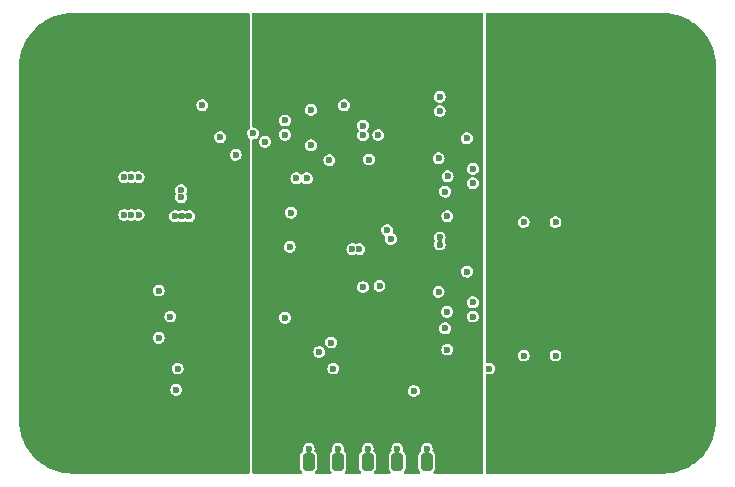
<source format=gbr>
%TF.GenerationSoftware,KiCad,Pcbnew,8.0.1*%
%TF.CreationDate,2024-04-03T15:04:07+02:00*%
%TF.ProjectId,shelfDriver_v1.0,7368656c-6644-4726-9976-65725f76312e,rev?*%
%TF.SameCoordinates,Original*%
%TF.FileFunction,Copper,L4,Bot*%
%TF.FilePolarity,Positive*%
%FSLAX46Y46*%
G04 Gerber Fmt 4.6, Leading zero omitted, Abs format (unit mm)*
G04 Created by KiCad (PCBNEW 8.0.1) date 2024-04-03 15:04:07*
%MOMM*%
%LPD*%
G01*
G04 APERTURE LIST*
G04 Aperture macros list*
%AMRoundRect*
0 Rectangle with rounded corners*
0 $1 Rounding radius*
0 $2 $3 $4 $5 $6 $7 $8 $9 X,Y pos of 4 corners*
0 Add a 4 corners polygon primitive as box body*
4,1,4,$2,$3,$4,$5,$6,$7,$8,$9,$2,$3,0*
0 Add four circle primitives for the rounded corners*
1,1,$1+$1,$2,$3*
1,1,$1+$1,$4,$5*
1,1,$1+$1,$6,$7*
1,1,$1+$1,$8,$9*
0 Add four rect primitives between the rounded corners*
20,1,$1+$1,$2,$3,$4,$5,0*
20,1,$1+$1,$4,$5,$6,$7,0*
20,1,$1+$1,$6,$7,$8,$9,0*
20,1,$1+$1,$8,$9,$2,$3,0*%
G04 Aperture macros list end*
%TA.AperFunction,SMDPad,CuDef*%
%ADD10RoundRect,0.250000X0.250000X0.500000X-0.250000X0.500000X-0.250000X-0.500000X0.250000X-0.500000X0*%
%TD*%
%TA.AperFunction,ViaPad*%
%ADD11C,0.600000*%
%TD*%
%TA.AperFunction,Conductor*%
%ADD12C,0.300000*%
%TD*%
G04 APERTURE END LIST*
D10*
%TO.P,SWD2,1,Pin_1*%
%TO.N,GND*%
X137500000Y-108500000D03*
%TD*%
%TO.P,SWD5,1,Pin_1*%
%TO.N,/Brain/SWTRACE*%
X145000000Y-108500000D03*
%TD*%
%TO.P,SWD4,1,Pin_1*%
%TO.N,/Brain/NRST*%
X142500000Y-108500000D03*
%TD*%
%TO.P,SWD1,1,Pin_1*%
%TO.N,/Brain/SWCLK*%
X135000000Y-108500000D03*
%TD*%
%TO.P,SWD3,1,Pin_1*%
%TO.N,/Brain/SWDIO*%
X140000000Y-108500000D03*
%TD*%
D11*
%TO.N,GND*%
X146100000Y-77601560D03*
X148400000Y-81101560D03*
X137500000Y-107400000D03*
X123700000Y-87701560D03*
X133000000Y-96300000D03*
X133950000Y-84500000D03*
X120600000Y-84400000D03*
X120600000Y-87600000D03*
X127510400Y-81010400D03*
X130300000Y-80700000D03*
X153200000Y-99501560D03*
X155900000Y-88201560D03*
X155900000Y-99501560D03*
X119400000Y-87600000D03*
X119400000Y-84400000D03*
X146557124Y-85630138D03*
X120000000Y-87600000D03*
X124300000Y-87701560D03*
X120000000Y-84400000D03*
X143900000Y-102500000D03*
X134850000Y-84500000D03*
X146100000Y-89501560D03*
X146100000Y-90101560D03*
X133000000Y-80800000D03*
X146550000Y-97196729D03*
X148900000Y-96201560D03*
X123300000Y-96200000D03*
X148400000Y-92401560D03*
X153200000Y-88201560D03*
X138000000Y-78300000D03*
X139600000Y-93700000D03*
X148900000Y-84901560D03*
X148900000Y-83701560D03*
X146100000Y-78801560D03*
X123800000Y-102400000D03*
X124900000Y-87701560D03*
X136900000Y-98400000D03*
X133000000Y-79600000D03*
X126000000Y-78300000D03*
X148900000Y-95001560D03*
%TO.N,+3V3*%
X138700000Y-90500000D03*
X139300000Y-90500000D03*
X150300000Y-100600000D03*
X124200000Y-86101560D03*
X123900000Y-100600000D03*
X137100000Y-100600000D03*
X124200000Y-85501560D03*
%TO.N,Net-(U5-PWM)*%
X146762143Y-84335002D03*
X146000000Y-82801560D03*
%TO.N,Net-(U6-PWM)*%
X146700000Y-95800000D03*
X146000000Y-94101560D03*
%TO.N,Net-(U4-I)*%
X125600000Y-103600000D03*
%TO.N,Net-(U8-I)*%
X138800000Y-103600000D03*
%TO.N,Net-(U9-I)*%
X152000000Y-103600000D03*
%TO.N,/CommunicationLayer/RS485_A*%
X122300000Y-94000000D03*
X135200000Y-78700000D03*
%TO.N,/CommunicationLayer/RS485_B*%
X122300000Y-98000000D03*
X135200000Y-81700000D03*
%TO.N,/Brain/WarmWhite_Dim*%
X146749999Y-87698064D03*
X141956815Y-89635996D03*
%TO.N,/Brain/NaturalWhite_Dim*%
X141643265Y-88900000D03*
X146749999Y-98998064D03*
%TO.N,Net-(U7-~{Sleep})*%
X131300000Y-81400000D03*
X128818331Y-82501371D03*
%TO.N,/Brain/RS485_nRE*%
X140900000Y-80835000D03*
X139600000Y-80837349D03*
%TO.N,/Brain/RS485_DI*%
X140109360Y-82910920D03*
X139600000Y-80026295D03*
%TO.N,/Brain/TouchLeft*%
X135900000Y-99200000D03*
X141000000Y-93600000D03*
%TO.N,/Brain/SWTRACE*%
X133400000Y-90300000D03*
X145000000Y-107400000D03*
%TO.N,/Brain/SWDIO*%
X136759153Y-82954986D03*
X140000000Y-107400000D03*
%TO.N,/Brain/SWCLK*%
X133500000Y-87400000D03*
X135000000Y-107400000D03*
%TO.N,/Brain/NRST*%
X142500000Y-107400000D03*
%TD*%
D12*
%TO.N,GND*%
X146000000Y-78901560D02*
X146100000Y-78801560D01*
X137500000Y-108500000D02*
X137500000Y-107400000D01*
X124900000Y-87701560D02*
X124300000Y-87701560D01*
X146000000Y-90201560D02*
X146100000Y-90101560D01*
X124300000Y-87701560D02*
X123700000Y-87701560D01*
X146100000Y-90101560D02*
X146100000Y-89501560D01*
%TO.N,/Brain/RS485_DI*%
X139600000Y-80026295D02*
X139600000Y-80176298D01*
%TO.N,/Brain/SWTRACE*%
X145000000Y-108500000D02*
X145000000Y-107400000D01*
%TO.N,/Brain/SWDIO*%
X140000000Y-108500000D02*
X140000000Y-107400000D01*
%TO.N,/Brain/SWCLK*%
X135000000Y-108500000D02*
X135000000Y-107400000D01*
%TO.N,/Brain/NRST*%
X142500000Y-107400000D02*
X142500000Y-108500000D01*
%TD*%
%TA.AperFunction,Conductor*%
%TO.N,Net-(U4-I)*%
G36*
X129959191Y-70519407D02*
G01*
X129995155Y-70568907D01*
X130000000Y-70599500D01*
X130000000Y-80245672D01*
X129981093Y-80303863D01*
X129973315Y-80312338D01*
X129973509Y-80312506D01*
X129874622Y-80426628D01*
X129814834Y-80557543D01*
X129794353Y-80699997D01*
X129794353Y-80700002D01*
X129814834Y-80842456D01*
X129826474Y-80867943D01*
X129874623Y-80973373D01*
X129968872Y-81082143D01*
X129968873Y-81082143D01*
X129973510Y-81087495D01*
X129971627Y-81089125D01*
X129997424Y-81131889D01*
X130000000Y-81154327D01*
X130000000Y-109400500D01*
X129981093Y-109458691D01*
X129931593Y-109494655D01*
X129901000Y-109499500D01*
X115002165Y-109499500D01*
X114997847Y-109499406D01*
X114612158Y-109482566D01*
X114603554Y-109481813D01*
X114222951Y-109431705D01*
X114214445Y-109430205D01*
X113839668Y-109347119D01*
X113831326Y-109344884D01*
X113465202Y-109229446D01*
X113457086Y-109226492D01*
X113102420Y-109079585D01*
X113094593Y-109075935D01*
X112754089Y-108898679D01*
X112746609Y-108894361D01*
X112422832Y-108688093D01*
X112415758Y-108683139D01*
X112111202Y-108449445D01*
X112104599Y-108443905D01*
X111821540Y-108184529D01*
X111815470Y-108178459D01*
X111556093Y-107895398D01*
X111550554Y-107888797D01*
X111316860Y-107584241D01*
X111311906Y-107577167D01*
X111105638Y-107253390D01*
X111101320Y-107245910D01*
X110924064Y-106905406D01*
X110920414Y-106897579D01*
X110773507Y-106542913D01*
X110770553Y-106534797D01*
X110655115Y-106168673D01*
X110652880Y-106160331D01*
X110569794Y-105785554D01*
X110568294Y-105777048D01*
X110555643Y-105680953D01*
X110518184Y-105396432D01*
X110517434Y-105387853D01*
X110500594Y-105002152D01*
X110500500Y-104997834D01*
X110500500Y-102400002D01*
X123294353Y-102400002D01*
X123314834Y-102542456D01*
X123374622Y-102673371D01*
X123374623Y-102673373D01*
X123468872Y-102782143D01*
X123468873Y-102782144D01*
X123589942Y-102859950D01*
X123589947Y-102859953D01*
X123696403Y-102891211D01*
X123728035Y-102900499D01*
X123728036Y-102900499D01*
X123728039Y-102900500D01*
X123728041Y-102900500D01*
X123871959Y-102900500D01*
X123871961Y-102900500D01*
X124010053Y-102859953D01*
X124131128Y-102782143D01*
X124225377Y-102673373D01*
X124285165Y-102542457D01*
X124305647Y-102400000D01*
X124285165Y-102257543D01*
X124225377Y-102126627D01*
X124131128Y-102017857D01*
X124131127Y-102017856D01*
X124131126Y-102017855D01*
X124010057Y-101940049D01*
X124010054Y-101940047D01*
X124010053Y-101940047D01*
X124010050Y-101940046D01*
X123871964Y-101899500D01*
X123871961Y-101899500D01*
X123728039Y-101899500D01*
X123728035Y-101899500D01*
X123589949Y-101940046D01*
X123589942Y-101940049D01*
X123468873Y-102017855D01*
X123374622Y-102126628D01*
X123314834Y-102257543D01*
X123294353Y-102399997D01*
X123294353Y-102400002D01*
X110500500Y-102400002D01*
X110500500Y-100600002D01*
X123394353Y-100600002D01*
X123414834Y-100742456D01*
X123474622Y-100873371D01*
X123474623Y-100873373D01*
X123568872Y-100982143D01*
X123568873Y-100982144D01*
X123689942Y-101059950D01*
X123689947Y-101059953D01*
X123796403Y-101091211D01*
X123828035Y-101100499D01*
X123828036Y-101100499D01*
X123828039Y-101100500D01*
X123828041Y-101100500D01*
X123971959Y-101100500D01*
X123971961Y-101100500D01*
X124110053Y-101059953D01*
X124231128Y-100982143D01*
X124325377Y-100873373D01*
X124385165Y-100742457D01*
X124405647Y-100600000D01*
X124385165Y-100457543D01*
X124325377Y-100326627D01*
X124231128Y-100217857D01*
X124231127Y-100217856D01*
X124231126Y-100217855D01*
X124110057Y-100140049D01*
X124110054Y-100140047D01*
X124110053Y-100140047D01*
X124110050Y-100140046D01*
X123971964Y-100099500D01*
X123971961Y-100099500D01*
X123828039Y-100099500D01*
X123828035Y-100099500D01*
X123689949Y-100140046D01*
X123689942Y-100140049D01*
X123568873Y-100217855D01*
X123474622Y-100326628D01*
X123414834Y-100457543D01*
X123394353Y-100599997D01*
X123394353Y-100600002D01*
X110500500Y-100600002D01*
X110500500Y-98000002D01*
X121794353Y-98000002D01*
X121814834Y-98142456D01*
X121874622Y-98273371D01*
X121874623Y-98273373D01*
X121968872Y-98382143D01*
X121968873Y-98382144D01*
X122089942Y-98459950D01*
X122089947Y-98459953D01*
X122196403Y-98491211D01*
X122228035Y-98500499D01*
X122228036Y-98500499D01*
X122228039Y-98500500D01*
X122228041Y-98500500D01*
X122371959Y-98500500D01*
X122371961Y-98500500D01*
X122510053Y-98459953D01*
X122631128Y-98382143D01*
X122725377Y-98273373D01*
X122785165Y-98142457D01*
X122805647Y-98000000D01*
X122785165Y-97857543D01*
X122725377Y-97726627D01*
X122631128Y-97617857D01*
X122631127Y-97617856D01*
X122631126Y-97617855D01*
X122510057Y-97540049D01*
X122510054Y-97540047D01*
X122510053Y-97540047D01*
X122510050Y-97540046D01*
X122371964Y-97499500D01*
X122371961Y-97499500D01*
X122228039Y-97499500D01*
X122228035Y-97499500D01*
X122089949Y-97540046D01*
X122089942Y-97540049D01*
X121968873Y-97617855D01*
X121874622Y-97726628D01*
X121814834Y-97857543D01*
X121794353Y-97999997D01*
X121794353Y-98000002D01*
X110500500Y-98000002D01*
X110500500Y-96200002D01*
X122794353Y-96200002D01*
X122814834Y-96342456D01*
X122874622Y-96473371D01*
X122874623Y-96473373D01*
X122968872Y-96582143D01*
X122968873Y-96582144D01*
X123089942Y-96659950D01*
X123089947Y-96659953D01*
X123196403Y-96691211D01*
X123228035Y-96700499D01*
X123228036Y-96700499D01*
X123228039Y-96700500D01*
X123228041Y-96700500D01*
X123371959Y-96700500D01*
X123371961Y-96700500D01*
X123510053Y-96659953D01*
X123631128Y-96582143D01*
X123725377Y-96473373D01*
X123785165Y-96342457D01*
X123805647Y-96200000D01*
X123785165Y-96057543D01*
X123725377Y-95926627D01*
X123631128Y-95817857D01*
X123631127Y-95817856D01*
X123631126Y-95817855D01*
X123510057Y-95740049D01*
X123510054Y-95740047D01*
X123510053Y-95740047D01*
X123510050Y-95740046D01*
X123371964Y-95699500D01*
X123371961Y-95699500D01*
X123228039Y-95699500D01*
X123228035Y-95699500D01*
X123089949Y-95740046D01*
X123089942Y-95740049D01*
X122968873Y-95817855D01*
X122874622Y-95926628D01*
X122814834Y-96057543D01*
X122794353Y-96199997D01*
X122794353Y-96200002D01*
X110500500Y-96200002D01*
X110500500Y-94000002D01*
X121794353Y-94000002D01*
X121814834Y-94142456D01*
X121874622Y-94273371D01*
X121874623Y-94273373D01*
X121968872Y-94382143D01*
X121968873Y-94382144D01*
X122089942Y-94459950D01*
X122089947Y-94459953D01*
X122196403Y-94491211D01*
X122228035Y-94500499D01*
X122228036Y-94500499D01*
X122228039Y-94500500D01*
X122228041Y-94500500D01*
X122371959Y-94500500D01*
X122371961Y-94500500D01*
X122510053Y-94459953D01*
X122631128Y-94382143D01*
X122725377Y-94273373D01*
X122785165Y-94142457D01*
X122805647Y-94000000D01*
X122785165Y-93857543D01*
X122725377Y-93726627D01*
X122631128Y-93617857D01*
X122631127Y-93617856D01*
X122631126Y-93617855D01*
X122510057Y-93540049D01*
X122510054Y-93540047D01*
X122510053Y-93540047D01*
X122510050Y-93540046D01*
X122371964Y-93499500D01*
X122371961Y-93499500D01*
X122228039Y-93499500D01*
X122228035Y-93499500D01*
X122089949Y-93540046D01*
X122089942Y-93540049D01*
X121968873Y-93617855D01*
X121874622Y-93726628D01*
X121814834Y-93857543D01*
X121794353Y-93999997D01*
X121794353Y-94000002D01*
X110500500Y-94000002D01*
X110500500Y-87600002D01*
X118894353Y-87600002D01*
X118914834Y-87742456D01*
X118961216Y-87844016D01*
X118974623Y-87873373D01*
X119062623Y-87974931D01*
X119068873Y-87982144D01*
X119153523Y-88036545D01*
X119189947Y-88059953D01*
X119296403Y-88091211D01*
X119328035Y-88100499D01*
X119328036Y-88100499D01*
X119328039Y-88100500D01*
X119328041Y-88100500D01*
X119471959Y-88100500D01*
X119471961Y-88100500D01*
X119610053Y-88059953D01*
X119646477Y-88036544D01*
X119705650Y-88020989D01*
X119753522Y-88036544D01*
X119789947Y-88059953D01*
X119896403Y-88091211D01*
X119928035Y-88100499D01*
X119928036Y-88100499D01*
X119928039Y-88100500D01*
X119928041Y-88100500D01*
X120071959Y-88100500D01*
X120071961Y-88100500D01*
X120210053Y-88059953D01*
X120246477Y-88036544D01*
X120305650Y-88020989D01*
X120353522Y-88036544D01*
X120389947Y-88059953D01*
X120496403Y-88091211D01*
X120528035Y-88100499D01*
X120528036Y-88100499D01*
X120528039Y-88100500D01*
X120528041Y-88100500D01*
X120671959Y-88100500D01*
X120671961Y-88100500D01*
X120810053Y-88059953D01*
X120931128Y-87982143D01*
X121025377Y-87873373D01*
X121085165Y-87742457D01*
X121091045Y-87701562D01*
X123194353Y-87701562D01*
X123214834Y-87844016D01*
X123274622Y-87974931D01*
X123274623Y-87974933D01*
X123328010Y-88036545D01*
X123368873Y-88083704D01*
X123453523Y-88138105D01*
X123489947Y-88161513D01*
X123596403Y-88192771D01*
X123628035Y-88202059D01*
X123628036Y-88202059D01*
X123628039Y-88202060D01*
X123628041Y-88202060D01*
X123771959Y-88202060D01*
X123771961Y-88202060D01*
X123910053Y-88161513D01*
X123946477Y-88138104D01*
X124005650Y-88122549D01*
X124053522Y-88138104D01*
X124089947Y-88161513D01*
X124196403Y-88192771D01*
X124228035Y-88202059D01*
X124228036Y-88202059D01*
X124228039Y-88202060D01*
X124228041Y-88202060D01*
X124371959Y-88202060D01*
X124371961Y-88202060D01*
X124510053Y-88161513D01*
X124546477Y-88138104D01*
X124605650Y-88122549D01*
X124653522Y-88138104D01*
X124689947Y-88161513D01*
X124796403Y-88192771D01*
X124828035Y-88202059D01*
X124828036Y-88202059D01*
X124828039Y-88202060D01*
X124828041Y-88202060D01*
X124971959Y-88202060D01*
X124971961Y-88202060D01*
X125110053Y-88161513D01*
X125231128Y-88083703D01*
X125325377Y-87974933D01*
X125385165Y-87844017D01*
X125405647Y-87701560D01*
X125385165Y-87559103D01*
X125325377Y-87428187D01*
X125231128Y-87319417D01*
X125231127Y-87319416D01*
X125231126Y-87319415D01*
X125110057Y-87241609D01*
X125110054Y-87241607D01*
X125110053Y-87241607D01*
X125110050Y-87241606D01*
X124971964Y-87201060D01*
X124971961Y-87201060D01*
X124828039Y-87201060D01*
X124828035Y-87201060D01*
X124689949Y-87241606D01*
X124689943Y-87241608D01*
X124653522Y-87265015D01*
X124594347Y-87280568D01*
X124546478Y-87265015D01*
X124510056Y-87241608D01*
X124510050Y-87241606D01*
X124371964Y-87201060D01*
X124371961Y-87201060D01*
X124228039Y-87201060D01*
X124228035Y-87201060D01*
X124089949Y-87241606D01*
X124089943Y-87241608D01*
X124053522Y-87265015D01*
X123994347Y-87280568D01*
X123946478Y-87265015D01*
X123910056Y-87241608D01*
X123910050Y-87241606D01*
X123771964Y-87201060D01*
X123771961Y-87201060D01*
X123628039Y-87201060D01*
X123628035Y-87201060D01*
X123489949Y-87241606D01*
X123489942Y-87241609D01*
X123368873Y-87319415D01*
X123274622Y-87428188D01*
X123214834Y-87559103D01*
X123194353Y-87701557D01*
X123194353Y-87701562D01*
X121091045Y-87701562D01*
X121105647Y-87600000D01*
X121085165Y-87457543D01*
X121025377Y-87326627D01*
X120931128Y-87217857D01*
X120931127Y-87217856D01*
X120931126Y-87217855D01*
X120810057Y-87140049D01*
X120810054Y-87140047D01*
X120810053Y-87140047D01*
X120810050Y-87140046D01*
X120671964Y-87099500D01*
X120671961Y-87099500D01*
X120528039Y-87099500D01*
X120528035Y-87099500D01*
X120389949Y-87140046D01*
X120389943Y-87140048D01*
X120353522Y-87163455D01*
X120294347Y-87179008D01*
X120246478Y-87163455D01*
X120210056Y-87140048D01*
X120210050Y-87140046D01*
X120071964Y-87099500D01*
X120071961Y-87099500D01*
X119928039Y-87099500D01*
X119928035Y-87099500D01*
X119789949Y-87140046D01*
X119789943Y-87140048D01*
X119753522Y-87163455D01*
X119694347Y-87179008D01*
X119646478Y-87163455D01*
X119610056Y-87140048D01*
X119610050Y-87140046D01*
X119471964Y-87099500D01*
X119471961Y-87099500D01*
X119328039Y-87099500D01*
X119328035Y-87099500D01*
X119189949Y-87140046D01*
X119189942Y-87140049D01*
X119068873Y-87217855D01*
X118974622Y-87326628D01*
X118914834Y-87457543D01*
X118894353Y-87599997D01*
X118894353Y-87600002D01*
X110500500Y-87600002D01*
X110500500Y-86101562D01*
X123694353Y-86101562D01*
X123714834Y-86244016D01*
X123774622Y-86374931D01*
X123774623Y-86374933D01*
X123868872Y-86483703D01*
X123868873Y-86483704D01*
X123989942Y-86561510D01*
X123989947Y-86561513D01*
X124096403Y-86592771D01*
X124128035Y-86602059D01*
X124128036Y-86602059D01*
X124128039Y-86602060D01*
X124128041Y-86602060D01*
X124271959Y-86602060D01*
X124271961Y-86602060D01*
X124410053Y-86561513D01*
X124531128Y-86483703D01*
X124625377Y-86374933D01*
X124685165Y-86244017D01*
X124705647Y-86101560D01*
X124685165Y-85959103D01*
X124631998Y-85842686D01*
X124625024Y-85781900D01*
X124631999Y-85760433D01*
X124685165Y-85644016D01*
X124705647Y-85501562D01*
X124705647Y-85501557D01*
X124685165Y-85359103D01*
X124625377Y-85228188D01*
X124625377Y-85228187D01*
X124531128Y-85119417D01*
X124531127Y-85119416D01*
X124531126Y-85119415D01*
X124410057Y-85041609D01*
X124410054Y-85041607D01*
X124410053Y-85041607D01*
X124410050Y-85041606D01*
X124271964Y-85001060D01*
X124271961Y-85001060D01*
X124128039Y-85001060D01*
X124128035Y-85001060D01*
X123989949Y-85041606D01*
X123989942Y-85041609D01*
X123868873Y-85119415D01*
X123774622Y-85228188D01*
X123714834Y-85359103D01*
X123694353Y-85501557D01*
X123694353Y-85501562D01*
X123714833Y-85644014D01*
X123768001Y-85760434D01*
X123774975Y-85821220D01*
X123768001Y-85842686D01*
X123714833Y-85959105D01*
X123694353Y-86101557D01*
X123694353Y-86101562D01*
X110500500Y-86101562D01*
X110500500Y-84400002D01*
X118894353Y-84400002D01*
X118914834Y-84542456D01*
X118974622Y-84673371D01*
X118974623Y-84673373D01*
X119068872Y-84782143D01*
X119068873Y-84782144D01*
X119153523Y-84836545D01*
X119189947Y-84859953D01*
X119296403Y-84891211D01*
X119328035Y-84900499D01*
X119328036Y-84900499D01*
X119328039Y-84900500D01*
X119328041Y-84900500D01*
X119471959Y-84900500D01*
X119471961Y-84900500D01*
X119610053Y-84859953D01*
X119646477Y-84836544D01*
X119705650Y-84820989D01*
X119753522Y-84836544D01*
X119789947Y-84859953D01*
X119896403Y-84891211D01*
X119928035Y-84900499D01*
X119928036Y-84900499D01*
X119928039Y-84900500D01*
X119928041Y-84900500D01*
X120071959Y-84900500D01*
X120071961Y-84900500D01*
X120210053Y-84859953D01*
X120246477Y-84836544D01*
X120305650Y-84820989D01*
X120353522Y-84836544D01*
X120389947Y-84859953D01*
X120496403Y-84891211D01*
X120528035Y-84900499D01*
X120528036Y-84900499D01*
X120528039Y-84900500D01*
X120528041Y-84900500D01*
X120671959Y-84900500D01*
X120671961Y-84900500D01*
X120810053Y-84859953D01*
X120931128Y-84782143D01*
X121025377Y-84673373D01*
X121085165Y-84542457D01*
X121105647Y-84400000D01*
X121085165Y-84257543D01*
X121025377Y-84126627D01*
X120931128Y-84017857D01*
X120931127Y-84017856D01*
X120931126Y-84017855D01*
X120810057Y-83940049D01*
X120810054Y-83940047D01*
X120810053Y-83940047D01*
X120810050Y-83940046D01*
X120671964Y-83899500D01*
X120671961Y-83899500D01*
X120528039Y-83899500D01*
X120528035Y-83899500D01*
X120389949Y-83940046D01*
X120389943Y-83940048D01*
X120353522Y-83963455D01*
X120294347Y-83979008D01*
X120246478Y-83963455D01*
X120210056Y-83940048D01*
X120210050Y-83940046D01*
X120071964Y-83899500D01*
X120071961Y-83899500D01*
X119928039Y-83899500D01*
X119928035Y-83899500D01*
X119789949Y-83940046D01*
X119789943Y-83940048D01*
X119753522Y-83963455D01*
X119694347Y-83979008D01*
X119646478Y-83963455D01*
X119610056Y-83940048D01*
X119610050Y-83940046D01*
X119471964Y-83899500D01*
X119471961Y-83899500D01*
X119328039Y-83899500D01*
X119328035Y-83899500D01*
X119189949Y-83940046D01*
X119189942Y-83940049D01*
X119068873Y-84017855D01*
X118974622Y-84126628D01*
X118914834Y-84257543D01*
X118894353Y-84399997D01*
X118894353Y-84400002D01*
X110500500Y-84400002D01*
X110500500Y-82501373D01*
X128312684Y-82501373D01*
X128333165Y-82643827D01*
X128392953Y-82774742D01*
X128392954Y-82774744D01*
X128487203Y-82883514D01*
X128487204Y-82883515D01*
X128608273Y-82961321D01*
X128608278Y-82961324D01*
X128714734Y-82992582D01*
X128746366Y-83001870D01*
X128746367Y-83001870D01*
X128746370Y-83001871D01*
X128746372Y-83001871D01*
X128890290Y-83001871D01*
X128890292Y-83001871D01*
X129028384Y-82961324D01*
X129149459Y-82883514D01*
X129243708Y-82774744D01*
X129303496Y-82643828D01*
X129323978Y-82501371D01*
X129303496Y-82358914D01*
X129243708Y-82227998D01*
X129149459Y-82119228D01*
X129149458Y-82119227D01*
X129149457Y-82119226D01*
X129028388Y-82041420D01*
X129028385Y-82041418D01*
X129028384Y-82041418D01*
X129028381Y-82041417D01*
X128890295Y-82000871D01*
X128890292Y-82000871D01*
X128746370Y-82000871D01*
X128746366Y-82000871D01*
X128608280Y-82041417D01*
X128608273Y-82041420D01*
X128487204Y-82119226D01*
X128392953Y-82227999D01*
X128333165Y-82358914D01*
X128312684Y-82501368D01*
X128312684Y-82501373D01*
X110500500Y-82501373D01*
X110500500Y-81010402D01*
X127004753Y-81010402D01*
X127025234Y-81152856D01*
X127046993Y-81200500D01*
X127085023Y-81283773D01*
X127179272Y-81392543D01*
X127179273Y-81392544D01*
X127300342Y-81470350D01*
X127300347Y-81470353D01*
X127406803Y-81501611D01*
X127438435Y-81510899D01*
X127438436Y-81510899D01*
X127438439Y-81510900D01*
X127438441Y-81510900D01*
X127582359Y-81510900D01*
X127582361Y-81510900D01*
X127720453Y-81470353D01*
X127841528Y-81392543D01*
X127935777Y-81283773D01*
X127995565Y-81152857D01*
X128016047Y-81010400D01*
X128010723Y-80973373D01*
X127995565Y-80867943D01*
X127935777Y-80737028D01*
X127935777Y-80737027D01*
X127841528Y-80628257D01*
X127841527Y-80628256D01*
X127841526Y-80628255D01*
X127720457Y-80550449D01*
X127720454Y-80550447D01*
X127720453Y-80550447D01*
X127720450Y-80550446D01*
X127582364Y-80509900D01*
X127582361Y-80509900D01*
X127438439Y-80509900D01*
X127438435Y-80509900D01*
X127300349Y-80550446D01*
X127300342Y-80550449D01*
X127179273Y-80628255D01*
X127085022Y-80737028D01*
X127025234Y-80867943D01*
X127004753Y-81010397D01*
X127004753Y-81010402D01*
X110500500Y-81010402D01*
X110500500Y-78300002D01*
X125494353Y-78300002D01*
X125514834Y-78442456D01*
X125574622Y-78573371D01*
X125574623Y-78573373D01*
X125668872Y-78682143D01*
X125668873Y-78682144D01*
X125789942Y-78759950D01*
X125789947Y-78759953D01*
X125896403Y-78791211D01*
X125928035Y-78800499D01*
X125928036Y-78800499D01*
X125928039Y-78800500D01*
X125928041Y-78800500D01*
X126071959Y-78800500D01*
X126071961Y-78800500D01*
X126210053Y-78759953D01*
X126331128Y-78682143D01*
X126425377Y-78573373D01*
X126485165Y-78442457D01*
X126505647Y-78300000D01*
X126485165Y-78157543D01*
X126425377Y-78026627D01*
X126331128Y-77917857D01*
X126331127Y-77917856D01*
X126331126Y-77917855D01*
X126210057Y-77840049D01*
X126210054Y-77840047D01*
X126210053Y-77840047D01*
X126210050Y-77840046D01*
X126071964Y-77799500D01*
X126071961Y-77799500D01*
X125928039Y-77799500D01*
X125928035Y-77799500D01*
X125789949Y-77840046D01*
X125789942Y-77840049D01*
X125668873Y-77917855D01*
X125574622Y-78026628D01*
X125514834Y-78157543D01*
X125494353Y-78299997D01*
X125494353Y-78300002D01*
X110500500Y-78300002D01*
X110500500Y-75002165D01*
X110500594Y-74997847D01*
X110510433Y-74772498D01*
X110517434Y-74612144D01*
X110518184Y-74603568D01*
X110568295Y-74222942D01*
X110569791Y-74214459D01*
X110652883Y-73839655D01*
X110655115Y-73831326D01*
X110770553Y-73465202D01*
X110773507Y-73457086D01*
X110785072Y-73429166D01*
X110920421Y-73102403D01*
X110924056Y-73094609D01*
X111101325Y-72754079D01*
X111105632Y-72746618D01*
X111311913Y-72422820D01*
X111316851Y-72415769D01*
X111550564Y-72111189D01*
X111556083Y-72104612D01*
X111815481Y-71821528D01*
X111821528Y-71815481D01*
X112104612Y-71556083D01*
X112111189Y-71550564D01*
X112415769Y-71316851D01*
X112422820Y-71311913D01*
X112746618Y-71105632D01*
X112754079Y-71101325D01*
X113094609Y-70924056D01*
X113102403Y-70920421D01*
X113457093Y-70773504D01*
X113465194Y-70770555D01*
X113831334Y-70655112D01*
X113839655Y-70652883D01*
X114214459Y-70569791D01*
X114222942Y-70568295D01*
X114603568Y-70518184D01*
X114612144Y-70517434D01*
X114997847Y-70500593D01*
X115002165Y-70500500D01*
X129901000Y-70500500D01*
X129959191Y-70519407D01*
G37*
%TD.AperFunction*%
%TD*%
%TA.AperFunction,Conductor*%
%TO.N,Net-(U9-I)*%
G36*
X165002152Y-70500593D02*
G01*
X165387853Y-70517434D01*
X165396432Y-70518184D01*
X165777053Y-70568295D01*
X165785544Y-70569792D01*
X166160338Y-70652881D01*
X166168673Y-70655115D01*
X166534797Y-70770553D01*
X166542913Y-70773507D01*
X166897587Y-70920418D01*
X166905398Y-70924060D01*
X167245910Y-71101320D01*
X167253390Y-71105638D01*
X167577167Y-71311906D01*
X167584241Y-71316860D01*
X167888797Y-71550554D01*
X167895398Y-71556093D01*
X168178459Y-71815470D01*
X168184529Y-71821540D01*
X168443905Y-72104599D01*
X168449445Y-72111202D01*
X168683139Y-72415758D01*
X168688093Y-72422832D01*
X168894361Y-72746609D01*
X168898679Y-72754089D01*
X169075935Y-73094593D01*
X169079585Y-73102420D01*
X169226492Y-73457086D01*
X169229446Y-73465202D01*
X169344884Y-73831326D01*
X169347119Y-73839668D01*
X169430205Y-74214445D01*
X169431705Y-74222951D01*
X169481813Y-74603554D01*
X169482566Y-74612158D01*
X169499406Y-74997847D01*
X169499500Y-75002165D01*
X169499500Y-104997834D01*
X169499406Y-105002152D01*
X169482566Y-105387841D01*
X169481813Y-105396445D01*
X169431705Y-105777048D01*
X169430205Y-105785554D01*
X169347119Y-106160331D01*
X169344884Y-106168673D01*
X169229446Y-106534797D01*
X169226492Y-106542913D01*
X169079585Y-106897579D01*
X169075935Y-106905406D01*
X168898679Y-107245910D01*
X168894361Y-107253390D01*
X168688093Y-107577167D01*
X168683139Y-107584241D01*
X168449445Y-107888797D01*
X168443895Y-107895411D01*
X168184540Y-108178447D01*
X168178447Y-108184540D01*
X168162727Y-108198946D01*
X167895413Y-108443894D01*
X167888797Y-108449445D01*
X167584241Y-108683139D01*
X167577167Y-108688093D01*
X167253390Y-108894361D01*
X167245910Y-108898679D01*
X166905406Y-109075935D01*
X166897579Y-109079585D01*
X166542913Y-109226492D01*
X166534797Y-109229446D01*
X166168673Y-109344884D01*
X166160331Y-109347119D01*
X165785554Y-109430205D01*
X165777048Y-109431705D01*
X165396445Y-109481813D01*
X165387841Y-109482566D01*
X165002153Y-109499406D01*
X164997835Y-109499500D01*
X150099000Y-109499500D01*
X150040809Y-109480593D01*
X150004845Y-109431093D01*
X150000000Y-109400500D01*
X150000000Y-101165790D01*
X150018907Y-101107599D01*
X150068407Y-101071635D01*
X150126889Y-101070800D01*
X150228039Y-101100500D01*
X150228041Y-101100500D01*
X150371959Y-101100500D01*
X150371961Y-101100500D01*
X150510053Y-101059953D01*
X150631128Y-100982143D01*
X150725377Y-100873373D01*
X150785165Y-100742457D01*
X150805647Y-100600000D01*
X150785165Y-100457543D01*
X150725377Y-100326627D01*
X150631128Y-100217857D01*
X150631127Y-100217856D01*
X150631126Y-100217855D01*
X150510057Y-100140049D01*
X150510054Y-100140047D01*
X150510053Y-100140047D01*
X150510050Y-100140046D01*
X150371964Y-100099500D01*
X150371961Y-100099500D01*
X150228039Y-100099500D01*
X150228035Y-100099500D01*
X150126891Y-100129199D01*
X150065731Y-100127451D01*
X150017278Y-100090088D01*
X150000000Y-100034209D01*
X150000000Y-99501562D01*
X152694353Y-99501562D01*
X152714834Y-99644016D01*
X152774622Y-99774931D01*
X152774623Y-99774933D01*
X152868872Y-99883703D01*
X152868873Y-99883704D01*
X152989942Y-99961510D01*
X152989947Y-99961513D01*
X153096403Y-99992771D01*
X153128035Y-100002059D01*
X153128036Y-100002059D01*
X153128039Y-100002060D01*
X153128041Y-100002060D01*
X153271959Y-100002060D01*
X153271961Y-100002060D01*
X153410053Y-99961513D01*
X153531128Y-99883703D01*
X153625377Y-99774933D01*
X153685165Y-99644017D01*
X153705647Y-99501562D01*
X155394353Y-99501562D01*
X155414834Y-99644016D01*
X155474622Y-99774931D01*
X155474623Y-99774933D01*
X155568872Y-99883703D01*
X155568873Y-99883704D01*
X155689942Y-99961510D01*
X155689947Y-99961513D01*
X155796403Y-99992771D01*
X155828035Y-100002059D01*
X155828036Y-100002059D01*
X155828039Y-100002060D01*
X155828041Y-100002060D01*
X155971959Y-100002060D01*
X155971961Y-100002060D01*
X156110053Y-99961513D01*
X156231128Y-99883703D01*
X156325377Y-99774933D01*
X156385165Y-99644017D01*
X156405647Y-99501560D01*
X156385165Y-99359103D01*
X156325377Y-99228187D01*
X156231128Y-99119417D01*
X156231127Y-99119416D01*
X156231126Y-99119415D01*
X156110057Y-99041609D01*
X156110054Y-99041607D01*
X156110053Y-99041607D01*
X156110050Y-99041606D01*
X155971964Y-99001060D01*
X155971961Y-99001060D01*
X155828039Y-99001060D01*
X155828035Y-99001060D01*
X155689949Y-99041606D01*
X155689942Y-99041609D01*
X155568873Y-99119415D01*
X155474622Y-99228188D01*
X155414834Y-99359103D01*
X155394353Y-99501557D01*
X155394353Y-99501562D01*
X153705647Y-99501562D01*
X153705647Y-99501560D01*
X153685165Y-99359103D01*
X153625377Y-99228187D01*
X153531128Y-99119417D01*
X153531127Y-99119416D01*
X153531126Y-99119415D01*
X153410057Y-99041609D01*
X153410054Y-99041607D01*
X153410053Y-99041607D01*
X153410050Y-99041606D01*
X153271964Y-99001060D01*
X153271961Y-99001060D01*
X153128039Y-99001060D01*
X153128035Y-99001060D01*
X152989949Y-99041606D01*
X152989942Y-99041609D01*
X152868873Y-99119415D01*
X152774622Y-99228188D01*
X152714834Y-99359103D01*
X152694353Y-99501557D01*
X152694353Y-99501562D01*
X150000000Y-99501562D01*
X150000000Y-88201562D01*
X152694353Y-88201562D01*
X152714834Y-88344016D01*
X152774622Y-88474931D01*
X152774623Y-88474933D01*
X152868872Y-88583703D01*
X152868873Y-88583704D01*
X152989942Y-88661510D01*
X152989947Y-88661513D01*
X153096403Y-88692771D01*
X153128035Y-88702059D01*
X153128036Y-88702059D01*
X153128039Y-88702060D01*
X153128041Y-88702060D01*
X153271959Y-88702060D01*
X153271961Y-88702060D01*
X153410053Y-88661513D01*
X153531128Y-88583703D01*
X153625377Y-88474933D01*
X153685165Y-88344017D01*
X153705647Y-88201562D01*
X155394353Y-88201562D01*
X155414834Y-88344016D01*
X155474622Y-88474931D01*
X155474623Y-88474933D01*
X155568872Y-88583703D01*
X155568873Y-88583704D01*
X155689942Y-88661510D01*
X155689947Y-88661513D01*
X155796403Y-88692771D01*
X155828035Y-88702059D01*
X155828036Y-88702059D01*
X155828039Y-88702060D01*
X155828041Y-88702060D01*
X155971959Y-88702060D01*
X155971961Y-88702060D01*
X156110053Y-88661513D01*
X156231128Y-88583703D01*
X156325377Y-88474933D01*
X156385165Y-88344017D01*
X156405647Y-88201560D01*
X156385165Y-88059103D01*
X156325377Y-87928187D01*
X156231128Y-87819417D01*
X156231127Y-87819416D01*
X156231126Y-87819415D01*
X156110057Y-87741609D01*
X156110054Y-87741607D01*
X156110053Y-87741607D01*
X156110050Y-87741606D01*
X155971964Y-87701060D01*
X155971961Y-87701060D01*
X155828039Y-87701060D01*
X155828035Y-87701060D01*
X155689949Y-87741606D01*
X155689942Y-87741609D01*
X155568873Y-87819415D01*
X155474622Y-87928188D01*
X155414834Y-88059103D01*
X155394353Y-88201557D01*
X155394353Y-88201562D01*
X153705647Y-88201562D01*
X153705647Y-88201560D01*
X153685165Y-88059103D01*
X153625377Y-87928187D01*
X153531128Y-87819417D01*
X153531127Y-87819416D01*
X153531126Y-87819415D01*
X153410057Y-87741609D01*
X153410054Y-87741607D01*
X153410053Y-87741607D01*
X153410050Y-87741606D01*
X153271964Y-87701060D01*
X153271961Y-87701060D01*
X153128039Y-87701060D01*
X153128035Y-87701060D01*
X152989949Y-87741606D01*
X152989942Y-87741609D01*
X152868873Y-87819415D01*
X152774622Y-87928188D01*
X152714834Y-88059103D01*
X152694353Y-88201557D01*
X152694353Y-88201562D01*
X150000000Y-88201562D01*
X150000000Y-70599500D01*
X150018907Y-70541309D01*
X150068407Y-70505345D01*
X150099000Y-70500500D01*
X164934108Y-70500500D01*
X164997835Y-70500500D01*
X165002152Y-70500593D01*
G37*
%TD.AperFunction*%
%TD*%
%TA.AperFunction,Conductor*%
%TO.N,Net-(U8-I)*%
G36*
X149753691Y-70519407D02*
G01*
X149789655Y-70568907D01*
X149794500Y-70599500D01*
X149794500Y-100034210D01*
X149798889Y-100063261D01*
X149800000Y-100078050D01*
X149800000Y-100553644D01*
X149798992Y-100567733D01*
X149794353Y-100599998D01*
X149794353Y-100600001D01*
X149798992Y-100632264D01*
X149800000Y-100646354D01*
X149800000Y-101123271D01*
X149798781Y-101138758D01*
X149794500Y-101165787D01*
X149794500Y-109400500D01*
X149775593Y-109458691D01*
X149726093Y-109494655D01*
X149695500Y-109499500D01*
X145632707Y-109499500D01*
X145574516Y-109480593D01*
X145538552Y-109431093D01*
X145538552Y-109369907D01*
X145568235Y-109328728D01*
X145566903Y-109327396D01*
X145572142Y-109322155D01*
X145572150Y-109322150D01*
X145652793Y-109212882D01*
X145697646Y-109084699D01*
X145700499Y-109054273D01*
X145700500Y-109054273D01*
X145700500Y-107945727D01*
X145700499Y-107945725D01*
X145697646Y-107915305D01*
X145697646Y-107915301D01*
X145652793Y-107787118D01*
X145595391Y-107709341D01*
X145572154Y-107677855D01*
X145572152Y-107677853D01*
X145572150Y-107677850D01*
X145523539Y-107641973D01*
X145487947Y-107592208D01*
X145484335Y-107548230D01*
X145505647Y-107400002D01*
X145505647Y-107399997D01*
X145485165Y-107257543D01*
X145425377Y-107126628D01*
X145425377Y-107126627D01*
X145331128Y-107017857D01*
X145331127Y-107017856D01*
X145331126Y-107017855D01*
X145210057Y-106940049D01*
X145210054Y-106940047D01*
X145210053Y-106940047D01*
X145210050Y-106940046D01*
X145071964Y-106899500D01*
X145071961Y-106899500D01*
X144928039Y-106899500D01*
X144928035Y-106899500D01*
X144789949Y-106940046D01*
X144789942Y-106940049D01*
X144668873Y-107017855D01*
X144574622Y-107126628D01*
X144514834Y-107257543D01*
X144494353Y-107399997D01*
X144494353Y-107400003D01*
X144515664Y-107548229D01*
X144505231Y-107608518D01*
X144476461Y-107641973D01*
X144427852Y-107677848D01*
X144427845Y-107677855D01*
X144347207Y-107787116D01*
X144302355Y-107915296D01*
X144302353Y-107915305D01*
X144299500Y-107945725D01*
X144299500Y-109054274D01*
X144302353Y-109084694D01*
X144302355Y-109084703D01*
X144347207Y-109212883D01*
X144427845Y-109322144D01*
X144427847Y-109322146D01*
X144427850Y-109322150D01*
X144427853Y-109322152D01*
X144433097Y-109327396D01*
X144431738Y-109328754D01*
X144461675Y-109370616D01*
X144461215Y-109431800D01*
X144424880Y-109481028D01*
X144367293Y-109499500D01*
X143132707Y-109499500D01*
X143074516Y-109480593D01*
X143038552Y-109431093D01*
X143038552Y-109369907D01*
X143068235Y-109328728D01*
X143066903Y-109327396D01*
X143072142Y-109322155D01*
X143072150Y-109322150D01*
X143152793Y-109212882D01*
X143197646Y-109084699D01*
X143200499Y-109054273D01*
X143200500Y-109054273D01*
X143200500Y-107945727D01*
X143200499Y-107945725D01*
X143197646Y-107915305D01*
X143197646Y-107915301D01*
X143152793Y-107787118D01*
X143095391Y-107709341D01*
X143072154Y-107677855D01*
X143072152Y-107677853D01*
X143072150Y-107677850D01*
X143023539Y-107641973D01*
X142987947Y-107592208D01*
X142984335Y-107548230D01*
X143005647Y-107400002D01*
X143005647Y-107399997D01*
X142985165Y-107257543D01*
X142925377Y-107126628D01*
X142925377Y-107126627D01*
X142831128Y-107017857D01*
X142831127Y-107017856D01*
X142831126Y-107017855D01*
X142710057Y-106940049D01*
X142710054Y-106940047D01*
X142710053Y-106940047D01*
X142710050Y-106940046D01*
X142571964Y-106899500D01*
X142571961Y-106899500D01*
X142428039Y-106899500D01*
X142428035Y-106899500D01*
X142289949Y-106940046D01*
X142289942Y-106940049D01*
X142168873Y-107017855D01*
X142074622Y-107126628D01*
X142014834Y-107257543D01*
X141994353Y-107399997D01*
X141994353Y-107400003D01*
X142015664Y-107548229D01*
X142005231Y-107608518D01*
X141976461Y-107641973D01*
X141927852Y-107677848D01*
X141927845Y-107677855D01*
X141847207Y-107787116D01*
X141802355Y-107915296D01*
X141802353Y-107915305D01*
X141799500Y-107945725D01*
X141799500Y-109054274D01*
X141802353Y-109084694D01*
X141802355Y-109084703D01*
X141847207Y-109212883D01*
X141927845Y-109322144D01*
X141927847Y-109322146D01*
X141927850Y-109322150D01*
X141927853Y-109322152D01*
X141933097Y-109327396D01*
X141931738Y-109328754D01*
X141961675Y-109370616D01*
X141961215Y-109431800D01*
X141924880Y-109481028D01*
X141867293Y-109499500D01*
X140632707Y-109499500D01*
X140574516Y-109480593D01*
X140538552Y-109431093D01*
X140538552Y-109369907D01*
X140568235Y-109328728D01*
X140566903Y-109327396D01*
X140572142Y-109322155D01*
X140572150Y-109322150D01*
X140652793Y-109212882D01*
X140697646Y-109084699D01*
X140700499Y-109054273D01*
X140700500Y-109054273D01*
X140700500Y-107945727D01*
X140700499Y-107945725D01*
X140697646Y-107915305D01*
X140697646Y-107915301D01*
X140652793Y-107787118D01*
X140595391Y-107709341D01*
X140572154Y-107677855D01*
X140572152Y-107677853D01*
X140572150Y-107677850D01*
X140523539Y-107641973D01*
X140487947Y-107592208D01*
X140484335Y-107548230D01*
X140505647Y-107400002D01*
X140505647Y-107399997D01*
X140485165Y-107257543D01*
X140425377Y-107126628D01*
X140425377Y-107126627D01*
X140331128Y-107017857D01*
X140331127Y-107017856D01*
X140331126Y-107017855D01*
X140210057Y-106940049D01*
X140210054Y-106940047D01*
X140210053Y-106940047D01*
X140210050Y-106940046D01*
X140071964Y-106899500D01*
X140071961Y-106899500D01*
X139928039Y-106899500D01*
X139928035Y-106899500D01*
X139789949Y-106940046D01*
X139789942Y-106940049D01*
X139668873Y-107017855D01*
X139574622Y-107126628D01*
X139514834Y-107257543D01*
X139494353Y-107399997D01*
X139494353Y-107400003D01*
X139515664Y-107548229D01*
X139505231Y-107608518D01*
X139476461Y-107641973D01*
X139427852Y-107677848D01*
X139427845Y-107677855D01*
X139347207Y-107787116D01*
X139302355Y-107915296D01*
X139302353Y-107915305D01*
X139299500Y-107945725D01*
X139299500Y-109054274D01*
X139302353Y-109084694D01*
X139302355Y-109084703D01*
X139347207Y-109212883D01*
X139427845Y-109322144D01*
X139427847Y-109322146D01*
X139427850Y-109322150D01*
X139427853Y-109322152D01*
X139433097Y-109327396D01*
X139431738Y-109328754D01*
X139461675Y-109370616D01*
X139461215Y-109431800D01*
X139424880Y-109481028D01*
X139367293Y-109499500D01*
X138132707Y-109499500D01*
X138074516Y-109480593D01*
X138038552Y-109431093D01*
X138038552Y-109369907D01*
X138068235Y-109328728D01*
X138066903Y-109327396D01*
X138072142Y-109322155D01*
X138072150Y-109322150D01*
X138152793Y-109212882D01*
X138197646Y-109084699D01*
X138200499Y-109054273D01*
X138200500Y-109054273D01*
X138200500Y-107945727D01*
X138200499Y-107945725D01*
X138197646Y-107915305D01*
X138197646Y-107915301D01*
X138152793Y-107787118D01*
X138095391Y-107709341D01*
X138072154Y-107677855D01*
X138072152Y-107677853D01*
X138072150Y-107677850D01*
X138023539Y-107641973D01*
X137987947Y-107592208D01*
X137984335Y-107548230D01*
X138005647Y-107400002D01*
X138005647Y-107399997D01*
X137985165Y-107257543D01*
X137925377Y-107126628D01*
X137925377Y-107126627D01*
X137831128Y-107017857D01*
X137831127Y-107017856D01*
X137831126Y-107017855D01*
X137710057Y-106940049D01*
X137710054Y-106940047D01*
X137710053Y-106940047D01*
X137710050Y-106940046D01*
X137571964Y-106899500D01*
X137571961Y-106899500D01*
X137428039Y-106899500D01*
X137428035Y-106899500D01*
X137289949Y-106940046D01*
X137289942Y-106940049D01*
X137168873Y-107017855D01*
X137074622Y-107126628D01*
X137014834Y-107257543D01*
X136994353Y-107399997D01*
X136994353Y-107400003D01*
X137015664Y-107548229D01*
X137005231Y-107608518D01*
X136976461Y-107641973D01*
X136927852Y-107677848D01*
X136927845Y-107677855D01*
X136847207Y-107787116D01*
X136802355Y-107915296D01*
X136802353Y-107915305D01*
X136799500Y-107945725D01*
X136799500Y-109054274D01*
X136802353Y-109084694D01*
X136802355Y-109084703D01*
X136847207Y-109212883D01*
X136927845Y-109322144D01*
X136927847Y-109322146D01*
X136927850Y-109322150D01*
X136927853Y-109322152D01*
X136933097Y-109327396D01*
X136931738Y-109328754D01*
X136961675Y-109370616D01*
X136961215Y-109431800D01*
X136924880Y-109481028D01*
X136867293Y-109499500D01*
X135632707Y-109499500D01*
X135574516Y-109480593D01*
X135538552Y-109431093D01*
X135538552Y-109369907D01*
X135568235Y-109328728D01*
X135566903Y-109327396D01*
X135572142Y-109322155D01*
X135572150Y-109322150D01*
X135652793Y-109212882D01*
X135697646Y-109084699D01*
X135700499Y-109054273D01*
X135700500Y-109054273D01*
X135700500Y-107945727D01*
X135700499Y-107945725D01*
X135697646Y-107915305D01*
X135697646Y-107915301D01*
X135652793Y-107787118D01*
X135595391Y-107709341D01*
X135572154Y-107677855D01*
X135572152Y-107677853D01*
X135572150Y-107677850D01*
X135523539Y-107641973D01*
X135487947Y-107592208D01*
X135484335Y-107548230D01*
X135505647Y-107400002D01*
X135505647Y-107399997D01*
X135485165Y-107257543D01*
X135425377Y-107126628D01*
X135425377Y-107126627D01*
X135331128Y-107017857D01*
X135331127Y-107017856D01*
X135331126Y-107017855D01*
X135210057Y-106940049D01*
X135210054Y-106940047D01*
X135210053Y-106940047D01*
X135210050Y-106940046D01*
X135071964Y-106899500D01*
X135071961Y-106899500D01*
X134928039Y-106899500D01*
X134928035Y-106899500D01*
X134789949Y-106940046D01*
X134789942Y-106940049D01*
X134668873Y-107017855D01*
X134574622Y-107126628D01*
X134514834Y-107257543D01*
X134494353Y-107399997D01*
X134494353Y-107400003D01*
X134515664Y-107548229D01*
X134505231Y-107608518D01*
X134476461Y-107641973D01*
X134427852Y-107677848D01*
X134427845Y-107677855D01*
X134347207Y-107787116D01*
X134302355Y-107915296D01*
X134302353Y-107915305D01*
X134299500Y-107945725D01*
X134299500Y-109054274D01*
X134302353Y-109084694D01*
X134302355Y-109084703D01*
X134347207Y-109212883D01*
X134427845Y-109322144D01*
X134427847Y-109322146D01*
X134427850Y-109322150D01*
X134427853Y-109322152D01*
X134433097Y-109327396D01*
X134431738Y-109328754D01*
X134461675Y-109370616D01*
X134461215Y-109431800D01*
X134424880Y-109481028D01*
X134367293Y-109499500D01*
X130304500Y-109499500D01*
X130246309Y-109480593D01*
X130210345Y-109431093D01*
X130205500Y-109400500D01*
X130205500Y-102500002D01*
X143394353Y-102500002D01*
X143414834Y-102642456D01*
X143474622Y-102773371D01*
X143474623Y-102773373D01*
X143568872Y-102882143D01*
X143568873Y-102882144D01*
X143689942Y-102959950D01*
X143689947Y-102959953D01*
X143796403Y-102991211D01*
X143828035Y-103000499D01*
X143828036Y-103000499D01*
X143828039Y-103000500D01*
X143828041Y-103000500D01*
X143971959Y-103000500D01*
X143971961Y-103000500D01*
X144110053Y-102959953D01*
X144231128Y-102882143D01*
X144325377Y-102773373D01*
X144385165Y-102642457D01*
X144405647Y-102500000D01*
X144403341Y-102483963D01*
X144385165Y-102357543D01*
X144325377Y-102226628D01*
X144325377Y-102226627D01*
X144231128Y-102117857D01*
X144231127Y-102117856D01*
X144231126Y-102117855D01*
X144110057Y-102040049D01*
X144110054Y-102040047D01*
X144110053Y-102040047D01*
X144110050Y-102040046D01*
X143971964Y-101999500D01*
X143971961Y-101999500D01*
X143828039Y-101999500D01*
X143828035Y-101999500D01*
X143689949Y-102040046D01*
X143689942Y-102040049D01*
X143568873Y-102117855D01*
X143474622Y-102226628D01*
X143414834Y-102357543D01*
X143394353Y-102499997D01*
X143394353Y-102500002D01*
X130205500Y-102500002D01*
X130205500Y-100600002D01*
X136594353Y-100600002D01*
X136614834Y-100742456D01*
X136652640Y-100825237D01*
X136674623Y-100873373D01*
X136754526Y-100965587D01*
X136768873Y-100982144D01*
X136889942Y-101059950D01*
X136889947Y-101059953D01*
X136996403Y-101091211D01*
X137028035Y-101100499D01*
X137028036Y-101100499D01*
X137028039Y-101100500D01*
X137028041Y-101100500D01*
X137171959Y-101100500D01*
X137171961Y-101100500D01*
X137310053Y-101059953D01*
X137431128Y-100982143D01*
X137525377Y-100873373D01*
X137585165Y-100742457D01*
X137593575Y-100683962D01*
X137605647Y-100600002D01*
X137605647Y-100599997D01*
X137585165Y-100457543D01*
X137547358Y-100374758D01*
X137525377Y-100326627D01*
X137431128Y-100217857D01*
X137431127Y-100217856D01*
X137431126Y-100217855D01*
X137310057Y-100140049D01*
X137310054Y-100140047D01*
X137310053Y-100140047D01*
X137310050Y-100140046D01*
X137171964Y-100099500D01*
X137171961Y-100099500D01*
X137028039Y-100099500D01*
X137028035Y-100099500D01*
X136889949Y-100140046D01*
X136889942Y-100140049D01*
X136768873Y-100217855D01*
X136674622Y-100326628D01*
X136614834Y-100457543D01*
X136594353Y-100599997D01*
X136594353Y-100600002D01*
X130205500Y-100600002D01*
X130205500Y-99200002D01*
X135394353Y-99200002D01*
X135414834Y-99342456D01*
X135432075Y-99380207D01*
X135474623Y-99473373D01*
X135499049Y-99501562D01*
X135568873Y-99582144D01*
X135574131Y-99585523D01*
X135689947Y-99659953D01*
X135796403Y-99691211D01*
X135828035Y-99700499D01*
X135828036Y-99700499D01*
X135828039Y-99700500D01*
X135828041Y-99700500D01*
X135971959Y-99700500D01*
X135971961Y-99700500D01*
X136110053Y-99659953D01*
X136231128Y-99582143D01*
X136325377Y-99473373D01*
X136385165Y-99342457D01*
X136405647Y-99200000D01*
X136397095Y-99140521D01*
X136385165Y-99057543D01*
X136358002Y-98998066D01*
X146244352Y-98998066D01*
X146264833Y-99140520D01*
X146291996Y-99199997D01*
X146324622Y-99271437D01*
X146386160Y-99342456D01*
X146418872Y-99380208D01*
X146539941Y-99458014D01*
X146539946Y-99458017D01*
X146646402Y-99489275D01*
X146678034Y-99498563D01*
X146678035Y-99498563D01*
X146678038Y-99498564D01*
X146678040Y-99498564D01*
X146821958Y-99498564D01*
X146821960Y-99498564D01*
X146960052Y-99458017D01*
X147081127Y-99380207D01*
X147175376Y-99271437D01*
X147235164Y-99140521D01*
X147255646Y-98998064D01*
X147241618Y-98900499D01*
X147235164Y-98855607D01*
X147201614Y-98782144D01*
X147175376Y-98724691D01*
X147081127Y-98615921D01*
X147081126Y-98615920D01*
X147081125Y-98615919D01*
X146960056Y-98538113D01*
X146960053Y-98538111D01*
X146960052Y-98538111D01*
X146960049Y-98538110D01*
X146821963Y-98497564D01*
X146821960Y-98497564D01*
X146678038Y-98497564D01*
X146678034Y-98497564D01*
X146539948Y-98538110D01*
X146539941Y-98538113D01*
X146418872Y-98615919D01*
X146324621Y-98724692D01*
X146264833Y-98855607D01*
X146244352Y-98998061D01*
X146244352Y-98998066D01*
X136358002Y-98998066D01*
X136325377Y-98926627D01*
X136231128Y-98817857D01*
X136231127Y-98817856D01*
X136231126Y-98817855D01*
X136110057Y-98740049D01*
X136110054Y-98740047D01*
X136110053Y-98740047D01*
X136110050Y-98740046D01*
X135971964Y-98699500D01*
X135971961Y-98699500D01*
X135828039Y-98699500D01*
X135828035Y-98699500D01*
X135689949Y-98740046D01*
X135689942Y-98740049D01*
X135568873Y-98817855D01*
X135474622Y-98926628D01*
X135414834Y-99057543D01*
X135394353Y-99199997D01*
X135394353Y-99200002D01*
X130205500Y-99200002D01*
X130205500Y-98400002D01*
X136394353Y-98400002D01*
X136414834Y-98542456D01*
X136448384Y-98615919D01*
X136474623Y-98673373D01*
X136519090Y-98724691D01*
X136568873Y-98782144D01*
X136624441Y-98817855D01*
X136689947Y-98859953D01*
X136796403Y-98891211D01*
X136828035Y-98900499D01*
X136828036Y-98900499D01*
X136828039Y-98900500D01*
X136828041Y-98900500D01*
X136971959Y-98900500D01*
X136971961Y-98900500D01*
X137110053Y-98859953D01*
X137231128Y-98782143D01*
X137325377Y-98673373D01*
X137385165Y-98542457D01*
X137405647Y-98400000D01*
X137390550Y-98295000D01*
X137385165Y-98257543D01*
X137325377Y-98126627D01*
X137231128Y-98017857D01*
X137231127Y-98017856D01*
X137231126Y-98017855D01*
X137110057Y-97940049D01*
X137110054Y-97940047D01*
X137110053Y-97940047D01*
X137110050Y-97940046D01*
X136971964Y-97899500D01*
X136971961Y-97899500D01*
X136828039Y-97899500D01*
X136828035Y-97899500D01*
X136689949Y-97940046D01*
X136689942Y-97940049D01*
X136568873Y-98017855D01*
X136474622Y-98126628D01*
X136414834Y-98257543D01*
X136394353Y-98399997D01*
X136394353Y-98400002D01*
X130205500Y-98400002D01*
X130205500Y-97196731D01*
X146044353Y-97196731D01*
X146064834Y-97339185D01*
X146124622Y-97470100D01*
X146124623Y-97470102D01*
X146218872Y-97578872D01*
X146218873Y-97578873D01*
X146339942Y-97656679D01*
X146339947Y-97656682D01*
X146446403Y-97687940D01*
X146478035Y-97697228D01*
X146478036Y-97697228D01*
X146478039Y-97697229D01*
X146478041Y-97697229D01*
X146621959Y-97697229D01*
X146621961Y-97697229D01*
X146760053Y-97656682D01*
X146881128Y-97578872D01*
X146975377Y-97470102D01*
X147035165Y-97339186D01*
X147055647Y-97196729D01*
X147035165Y-97054272D01*
X146975377Y-96923356D01*
X146881128Y-96814586D01*
X146881127Y-96814585D01*
X146881126Y-96814584D01*
X146760057Y-96736778D01*
X146760054Y-96736776D01*
X146760053Y-96736776D01*
X146760050Y-96736775D01*
X146621964Y-96696229D01*
X146621961Y-96696229D01*
X146478039Y-96696229D01*
X146478035Y-96696229D01*
X146339949Y-96736775D01*
X146339942Y-96736778D01*
X146218873Y-96814584D01*
X146124622Y-96923357D01*
X146064834Y-97054272D01*
X146044353Y-97196726D01*
X146044353Y-97196731D01*
X130205500Y-97196731D01*
X130205500Y-96300002D01*
X132494353Y-96300002D01*
X132514834Y-96442456D01*
X132574622Y-96573371D01*
X132574623Y-96573373D01*
X132583575Y-96583704D01*
X132668873Y-96682144D01*
X132753886Y-96736778D01*
X132789947Y-96759953D01*
X132896403Y-96791211D01*
X132928035Y-96800499D01*
X132928036Y-96800499D01*
X132928039Y-96800500D01*
X132928041Y-96800500D01*
X133071959Y-96800500D01*
X133071961Y-96800500D01*
X133210053Y-96759953D01*
X133331128Y-96682143D01*
X133425377Y-96573373D01*
X133485165Y-96442457D01*
X133496858Y-96361129D01*
X133505647Y-96300002D01*
X133505647Y-96299997D01*
X133485165Y-96157543D01*
X133446725Y-96073373D01*
X133425377Y-96026627D01*
X133331128Y-95917857D01*
X133331127Y-95917856D01*
X133331126Y-95917855D01*
X133210057Y-95840049D01*
X133210054Y-95840047D01*
X133210053Y-95840047D01*
X133210050Y-95840046D01*
X133073674Y-95800002D01*
X146194353Y-95800002D01*
X146214834Y-95942456D01*
X146253275Y-96026628D01*
X146274623Y-96073373D01*
X146347556Y-96157543D01*
X146368873Y-96182144D01*
X146489942Y-96259950D01*
X146489947Y-96259953D01*
X146596403Y-96291211D01*
X146628035Y-96300499D01*
X146628036Y-96300499D01*
X146628039Y-96300500D01*
X146628041Y-96300500D01*
X146771959Y-96300500D01*
X146771961Y-96300500D01*
X146910053Y-96259953D01*
X147000911Y-96201562D01*
X148394353Y-96201562D01*
X148414834Y-96344016D01*
X148472873Y-96471101D01*
X148474623Y-96474933D01*
X148559921Y-96573373D01*
X148568873Y-96583704D01*
X148689942Y-96661510D01*
X148689947Y-96661513D01*
X148760211Y-96682144D01*
X148828035Y-96702059D01*
X148828036Y-96702059D01*
X148828039Y-96702060D01*
X148828041Y-96702060D01*
X148971959Y-96702060D01*
X148971961Y-96702060D01*
X149110053Y-96661513D01*
X149231128Y-96583703D01*
X149325377Y-96474933D01*
X149385165Y-96344017D01*
X149393800Y-96283962D01*
X149405647Y-96201562D01*
X149405647Y-96201557D01*
X149385165Y-96059103D01*
X149370334Y-96026628D01*
X149325377Y-95928187D01*
X149231128Y-95819417D01*
X149231127Y-95819416D01*
X149231126Y-95819415D01*
X149110057Y-95741609D01*
X149110054Y-95741607D01*
X149110053Y-95741607D01*
X149110050Y-95741606D01*
X148971964Y-95701060D01*
X148971961Y-95701060D01*
X148828039Y-95701060D01*
X148828035Y-95701060D01*
X148689949Y-95741606D01*
X148689942Y-95741609D01*
X148568873Y-95819415D01*
X148474622Y-95928188D01*
X148414834Y-96059103D01*
X148394353Y-96201557D01*
X148394353Y-96201562D01*
X147000911Y-96201562D01*
X147031128Y-96182143D01*
X147125377Y-96073373D01*
X147185165Y-95942457D01*
X147199889Y-95840046D01*
X147205647Y-95800002D01*
X147205647Y-95799997D01*
X147185165Y-95657543D01*
X147125377Y-95526628D01*
X147125377Y-95526627D01*
X147031128Y-95417857D01*
X147031127Y-95417856D01*
X147031126Y-95417855D01*
X146910057Y-95340049D01*
X146910054Y-95340047D01*
X146910053Y-95340047D01*
X146910050Y-95340046D01*
X146771964Y-95299500D01*
X146771961Y-95299500D01*
X146628039Y-95299500D01*
X146628035Y-95299500D01*
X146489949Y-95340046D01*
X146489942Y-95340049D01*
X146368873Y-95417855D01*
X146274622Y-95526628D01*
X146214834Y-95657543D01*
X146194353Y-95799997D01*
X146194353Y-95800002D01*
X133073674Y-95800002D01*
X133071964Y-95799500D01*
X133071961Y-95799500D01*
X132928039Y-95799500D01*
X132928035Y-95799500D01*
X132789949Y-95840046D01*
X132789942Y-95840049D01*
X132668873Y-95917855D01*
X132574622Y-96026628D01*
X132514834Y-96157543D01*
X132494353Y-96299997D01*
X132494353Y-96300002D01*
X130205500Y-96300002D01*
X130205500Y-95001562D01*
X148394353Y-95001562D01*
X148414834Y-95144016D01*
X148474622Y-95274931D01*
X148474623Y-95274933D01*
X148531046Y-95340049D01*
X148568873Y-95383704D01*
X148689942Y-95461510D01*
X148689947Y-95461513D01*
X148796403Y-95492771D01*
X148828035Y-95502059D01*
X148828036Y-95502059D01*
X148828039Y-95502060D01*
X148828041Y-95502060D01*
X148971959Y-95502060D01*
X148971961Y-95502060D01*
X149110053Y-95461513D01*
X149231128Y-95383703D01*
X149325377Y-95274933D01*
X149385165Y-95144017D01*
X149405647Y-95001560D01*
X149385165Y-94859103D01*
X149325377Y-94728187D01*
X149231128Y-94619417D01*
X149231127Y-94619416D01*
X149231126Y-94619415D01*
X149110057Y-94541609D01*
X149110054Y-94541607D01*
X149110053Y-94541607D01*
X149110050Y-94541606D01*
X148971964Y-94501060D01*
X148971961Y-94501060D01*
X148828039Y-94501060D01*
X148828035Y-94501060D01*
X148689949Y-94541606D01*
X148689942Y-94541609D01*
X148568873Y-94619415D01*
X148474622Y-94728188D01*
X148414834Y-94859103D01*
X148394353Y-95001557D01*
X148394353Y-95001562D01*
X130205500Y-95001562D01*
X130205500Y-93700002D01*
X139094353Y-93700002D01*
X139114834Y-93842456D01*
X139168106Y-93959103D01*
X139174623Y-93973373D01*
X139268872Y-94082143D01*
X139268873Y-94082144D01*
X139389942Y-94159950D01*
X139389947Y-94159953D01*
X139496403Y-94191211D01*
X139528035Y-94200499D01*
X139528036Y-94200499D01*
X139528039Y-94200500D01*
X139528041Y-94200500D01*
X139671959Y-94200500D01*
X139671961Y-94200500D01*
X139810053Y-94159953D01*
X139900911Y-94101562D01*
X145494353Y-94101562D01*
X145514834Y-94244016D01*
X145527204Y-94271101D01*
X145574623Y-94374933D01*
X145668872Y-94483703D01*
X145668873Y-94483704D01*
X145789942Y-94561510D01*
X145789947Y-94561513D01*
X145896403Y-94592771D01*
X145928035Y-94602059D01*
X145928036Y-94602059D01*
X145928039Y-94602060D01*
X145928041Y-94602060D01*
X146071959Y-94602060D01*
X146071961Y-94602060D01*
X146210053Y-94561513D01*
X146331128Y-94483703D01*
X146425377Y-94374933D01*
X146485165Y-94244017D01*
X146497082Y-94161129D01*
X146505647Y-94101562D01*
X146505647Y-94101557D01*
X146485165Y-93959103D01*
X146431894Y-93842457D01*
X146425377Y-93828187D01*
X146331128Y-93719417D01*
X146331127Y-93719416D01*
X146331126Y-93719415D01*
X146210057Y-93641609D01*
X146210054Y-93641607D01*
X146210053Y-93641607D01*
X146210050Y-93641606D01*
X146071964Y-93601060D01*
X146071961Y-93601060D01*
X145928039Y-93601060D01*
X145928035Y-93601060D01*
X145789949Y-93641606D01*
X145789942Y-93641609D01*
X145668873Y-93719415D01*
X145574622Y-93828188D01*
X145514834Y-93959103D01*
X145494353Y-94101557D01*
X145494353Y-94101562D01*
X139900911Y-94101562D01*
X139931128Y-94082143D01*
X140025377Y-93973373D01*
X140085165Y-93842457D01*
X140101492Y-93728897D01*
X140105647Y-93700002D01*
X140105647Y-93699997D01*
X140091270Y-93600002D01*
X140494353Y-93600002D01*
X140514834Y-93742456D01*
X140560504Y-93842457D01*
X140574623Y-93873373D01*
X140648908Y-93959103D01*
X140668873Y-93982144D01*
X140696658Y-94000000D01*
X140789947Y-94059953D01*
X140896403Y-94091211D01*
X140928035Y-94100499D01*
X140928036Y-94100499D01*
X140928039Y-94100500D01*
X140928041Y-94100500D01*
X141071959Y-94100500D01*
X141071961Y-94100500D01*
X141210053Y-94059953D01*
X141331128Y-93982143D01*
X141425377Y-93873373D01*
X141485165Y-93742457D01*
X141505647Y-93600000D01*
X141485165Y-93457543D01*
X141425377Y-93326627D01*
X141331128Y-93217857D01*
X141331127Y-93217856D01*
X141331126Y-93217855D01*
X141210057Y-93140049D01*
X141210054Y-93140047D01*
X141210053Y-93140047D01*
X141210050Y-93140046D01*
X141071964Y-93099500D01*
X141071961Y-93099500D01*
X140928039Y-93099500D01*
X140928035Y-93099500D01*
X140789949Y-93140046D01*
X140789942Y-93140049D01*
X140668873Y-93217855D01*
X140574622Y-93326628D01*
X140514834Y-93457543D01*
X140494353Y-93599997D01*
X140494353Y-93600002D01*
X140091270Y-93600002D01*
X140085165Y-93557543D01*
X140025377Y-93426628D01*
X140025377Y-93426627D01*
X139931128Y-93317857D01*
X139931127Y-93317856D01*
X139931126Y-93317855D01*
X139810057Y-93240049D01*
X139810054Y-93240047D01*
X139810053Y-93240047D01*
X139810050Y-93240046D01*
X139671964Y-93199500D01*
X139671961Y-93199500D01*
X139528039Y-93199500D01*
X139528035Y-93199500D01*
X139389949Y-93240046D01*
X139389942Y-93240049D01*
X139268873Y-93317855D01*
X139174622Y-93426628D01*
X139114834Y-93557543D01*
X139094353Y-93699997D01*
X139094353Y-93700002D01*
X130205500Y-93700002D01*
X130205500Y-92401562D01*
X147894353Y-92401562D01*
X147914834Y-92544016D01*
X147974622Y-92674931D01*
X147974623Y-92674933D01*
X148068872Y-92783703D01*
X148068873Y-92783704D01*
X148189942Y-92861510D01*
X148189947Y-92861513D01*
X148296403Y-92892771D01*
X148328035Y-92902059D01*
X148328036Y-92902059D01*
X148328039Y-92902060D01*
X148328041Y-92902060D01*
X148471959Y-92902060D01*
X148471961Y-92902060D01*
X148610053Y-92861513D01*
X148731128Y-92783703D01*
X148825377Y-92674933D01*
X148885165Y-92544017D01*
X148905647Y-92401560D01*
X148885165Y-92259103D01*
X148825377Y-92128187D01*
X148731128Y-92019417D01*
X148731127Y-92019416D01*
X148731126Y-92019415D01*
X148610057Y-91941609D01*
X148610054Y-91941607D01*
X148610053Y-91941607D01*
X148610050Y-91941606D01*
X148471964Y-91901060D01*
X148471961Y-91901060D01*
X148328039Y-91901060D01*
X148328035Y-91901060D01*
X148189949Y-91941606D01*
X148189942Y-91941609D01*
X148068873Y-92019415D01*
X147974622Y-92128188D01*
X147914834Y-92259103D01*
X147894353Y-92401557D01*
X147894353Y-92401562D01*
X130205500Y-92401562D01*
X130205500Y-90300002D01*
X132894353Y-90300002D01*
X132914834Y-90442456D01*
X132933672Y-90483704D01*
X132974623Y-90573373D01*
X133068872Y-90682143D01*
X133068873Y-90682144D01*
X133189942Y-90759950D01*
X133189947Y-90759953D01*
X133296403Y-90791211D01*
X133328035Y-90800499D01*
X133328036Y-90800499D01*
X133328039Y-90800500D01*
X133328041Y-90800500D01*
X133471959Y-90800500D01*
X133471961Y-90800500D01*
X133610053Y-90759953D01*
X133731128Y-90682143D01*
X133825377Y-90573373D01*
X133858885Y-90500002D01*
X138194353Y-90500002D01*
X138214834Y-90642456D01*
X138268493Y-90759950D01*
X138274623Y-90773373D01*
X138368872Y-90882143D01*
X138368873Y-90882144D01*
X138453523Y-90936545D01*
X138489947Y-90959953D01*
X138596403Y-90991211D01*
X138628035Y-91000499D01*
X138628036Y-91000499D01*
X138628039Y-91000500D01*
X138628041Y-91000500D01*
X138771959Y-91000500D01*
X138771961Y-91000500D01*
X138910053Y-90959953D01*
X138946477Y-90936544D01*
X139005650Y-90920989D01*
X139053522Y-90936544D01*
X139089947Y-90959953D01*
X139196403Y-90991211D01*
X139228035Y-91000499D01*
X139228036Y-91000499D01*
X139228039Y-91000500D01*
X139228041Y-91000500D01*
X139371959Y-91000500D01*
X139371961Y-91000500D01*
X139510053Y-90959953D01*
X139631128Y-90882143D01*
X139725377Y-90773373D01*
X139785165Y-90642457D01*
X139805647Y-90500000D01*
X139785165Y-90357543D01*
X139725377Y-90226627D01*
X139631128Y-90117857D01*
X139631127Y-90117856D01*
X139631126Y-90117855D01*
X139510057Y-90040049D01*
X139510054Y-90040047D01*
X139510053Y-90040047D01*
X139510050Y-90040046D01*
X139371964Y-89999500D01*
X139371961Y-89999500D01*
X139228039Y-89999500D01*
X139228035Y-89999500D01*
X139089949Y-90040046D01*
X139089943Y-90040048D01*
X139053522Y-90063455D01*
X138994347Y-90079008D01*
X138946478Y-90063455D01*
X138910056Y-90040048D01*
X138910050Y-90040046D01*
X138771964Y-89999500D01*
X138771961Y-89999500D01*
X138628039Y-89999500D01*
X138628035Y-89999500D01*
X138489949Y-90040046D01*
X138489942Y-90040049D01*
X138368873Y-90117855D01*
X138274622Y-90226628D01*
X138214834Y-90357543D01*
X138194353Y-90499997D01*
X138194353Y-90500002D01*
X133858885Y-90500002D01*
X133885165Y-90442457D01*
X133905647Y-90300000D01*
X133885165Y-90157543D01*
X133825377Y-90026627D01*
X133731128Y-89917857D01*
X133731127Y-89917856D01*
X133731126Y-89917855D01*
X133610057Y-89840049D01*
X133610054Y-89840047D01*
X133610053Y-89840047D01*
X133610050Y-89840046D01*
X133471964Y-89799500D01*
X133471961Y-89799500D01*
X133328039Y-89799500D01*
X133328035Y-89799500D01*
X133189949Y-89840046D01*
X133189942Y-89840049D01*
X133068873Y-89917855D01*
X132974622Y-90026628D01*
X132914834Y-90157543D01*
X132894353Y-90299997D01*
X132894353Y-90300002D01*
X130205500Y-90300002D01*
X130205500Y-88900002D01*
X141137618Y-88900002D01*
X141158099Y-89042456D01*
X141168195Y-89064562D01*
X141217888Y-89173373D01*
X141287622Y-89253851D01*
X141312138Y-89282144D01*
X141364755Y-89315958D01*
X141433212Y-89359953D01*
X141433213Y-89359953D01*
X141437926Y-89362982D01*
X141476657Y-89410348D01*
X141480151Y-89471433D01*
X141474459Y-89487388D01*
X141471649Y-89493540D01*
X141471648Y-89493543D01*
X141451168Y-89635993D01*
X141451168Y-89635998D01*
X141471649Y-89778452D01*
X141500985Y-89842687D01*
X141531438Y-89909369D01*
X141625687Y-90018139D01*
X141625688Y-90018140D01*
X141696200Y-90063455D01*
X141746762Y-90095949D01*
X141821368Y-90117855D01*
X141884850Y-90136495D01*
X141884851Y-90136495D01*
X141884854Y-90136496D01*
X141884856Y-90136496D01*
X142028774Y-90136496D01*
X142028776Y-90136496D01*
X142147752Y-90101562D01*
X145594353Y-90101562D01*
X145614834Y-90244016D01*
X145666681Y-90357543D01*
X145674623Y-90374933D01*
X145768872Y-90483703D01*
X145768873Y-90483704D01*
X145889942Y-90561510D01*
X145889947Y-90561513D01*
X145996403Y-90592771D01*
X146028035Y-90602059D01*
X146028036Y-90602059D01*
X146028039Y-90602060D01*
X146028041Y-90602060D01*
X146171959Y-90602060D01*
X146171961Y-90602060D01*
X146310053Y-90561513D01*
X146431128Y-90483703D01*
X146525377Y-90374933D01*
X146585165Y-90244017D01*
X146605647Y-90101560D01*
X146604840Y-90095949D01*
X146585165Y-89959103D01*
X146531999Y-89842687D01*
X146525024Y-89781900D01*
X146531999Y-89760433D01*
X146585165Y-89644016D01*
X146605647Y-89501562D01*
X146605647Y-89501557D01*
X146585165Y-89359103D01*
X146525377Y-89228187D01*
X146431128Y-89119417D01*
X146431127Y-89119416D01*
X146431126Y-89119415D01*
X146310057Y-89041609D01*
X146310054Y-89041607D01*
X146310053Y-89041607D01*
X146310050Y-89041606D01*
X146171964Y-89001060D01*
X146171961Y-89001060D01*
X146028039Y-89001060D01*
X146028035Y-89001060D01*
X145889949Y-89041606D01*
X145889942Y-89041609D01*
X145768873Y-89119415D01*
X145674622Y-89228188D01*
X145614834Y-89359103D01*
X145594353Y-89501557D01*
X145594353Y-89501562D01*
X145614833Y-89644014D01*
X145668001Y-89760434D01*
X145674975Y-89821220D01*
X145668001Y-89842686D01*
X145614833Y-89959105D01*
X145594353Y-90101557D01*
X145594353Y-90101562D01*
X142147752Y-90101562D01*
X142166868Y-90095949D01*
X142287943Y-90018139D01*
X142382192Y-89909369D01*
X142441980Y-89778453D01*
X142462462Y-89635996D01*
X142441980Y-89493539D01*
X142382192Y-89362623D01*
X142287943Y-89253853D01*
X142287942Y-89253852D01*
X142287941Y-89253851D01*
X142162153Y-89173013D01*
X142123422Y-89125647D01*
X142119928Y-89064562D01*
X142125626Y-89048596D01*
X142128430Y-89042457D01*
X142148912Y-88900000D01*
X142128430Y-88757543D01*
X142068642Y-88626627D01*
X141974393Y-88517857D01*
X141974392Y-88517856D01*
X141974391Y-88517855D01*
X141853322Y-88440049D01*
X141853319Y-88440047D01*
X141853318Y-88440047D01*
X141853315Y-88440046D01*
X141715229Y-88399500D01*
X141715226Y-88399500D01*
X141571304Y-88399500D01*
X141571300Y-88399500D01*
X141433214Y-88440046D01*
X141433207Y-88440049D01*
X141312138Y-88517855D01*
X141217887Y-88626628D01*
X141158099Y-88757543D01*
X141137618Y-88899997D01*
X141137618Y-88900002D01*
X130205500Y-88900002D01*
X130205500Y-87400002D01*
X132994353Y-87400002D01*
X133014834Y-87542456D01*
X133020840Y-87555607D01*
X133074623Y-87673373D01*
X133168872Y-87782143D01*
X133168873Y-87782144D01*
X133259710Y-87840521D01*
X133289947Y-87859953D01*
X133396403Y-87891211D01*
X133428035Y-87900499D01*
X133428036Y-87900499D01*
X133428039Y-87900500D01*
X133428041Y-87900500D01*
X133571959Y-87900500D01*
X133571961Y-87900500D01*
X133710053Y-87859953D01*
X133831128Y-87782143D01*
X133903981Y-87698066D01*
X146244352Y-87698066D01*
X146264833Y-87840520D01*
X146304377Y-87927107D01*
X146324622Y-87971437D01*
X146418871Y-88080207D01*
X146418872Y-88080208D01*
X146539941Y-88158014D01*
X146539946Y-88158017D01*
X146646402Y-88189275D01*
X146678034Y-88198563D01*
X146678035Y-88198563D01*
X146678038Y-88198564D01*
X146678040Y-88198564D01*
X146821958Y-88198564D01*
X146821960Y-88198564D01*
X146960052Y-88158017D01*
X147081127Y-88080207D01*
X147175376Y-87971437D01*
X147235164Y-87840521D01*
X147255143Y-87701562D01*
X147255646Y-87698066D01*
X147255646Y-87698061D01*
X147235164Y-87555607D01*
X147175376Y-87424691D01*
X147081127Y-87315921D01*
X147081126Y-87315920D01*
X147081125Y-87315919D01*
X146960056Y-87238113D01*
X146960053Y-87238111D01*
X146960052Y-87238111D01*
X146960049Y-87238110D01*
X146821963Y-87197564D01*
X146821960Y-87197564D01*
X146678038Y-87197564D01*
X146678034Y-87197564D01*
X146539948Y-87238110D01*
X146539941Y-87238113D01*
X146418872Y-87315919D01*
X146324621Y-87424692D01*
X146264833Y-87555607D01*
X146244352Y-87698061D01*
X146244352Y-87698066D01*
X133903981Y-87698066D01*
X133925377Y-87673373D01*
X133985165Y-87542457D01*
X133996955Y-87460458D01*
X134005647Y-87400002D01*
X134005647Y-87399997D01*
X133985165Y-87257543D01*
X133925377Y-87126627D01*
X133831128Y-87017857D01*
X133831127Y-87017856D01*
X133831126Y-87017855D01*
X133710057Y-86940049D01*
X133710054Y-86940047D01*
X133710053Y-86940047D01*
X133710050Y-86940046D01*
X133571964Y-86899500D01*
X133571961Y-86899500D01*
X133428039Y-86899500D01*
X133428035Y-86899500D01*
X133289949Y-86940046D01*
X133289942Y-86940049D01*
X133168873Y-87017855D01*
X133074622Y-87126628D01*
X133014834Y-87257543D01*
X132994353Y-87399997D01*
X132994353Y-87400002D01*
X130205500Y-87400002D01*
X130205500Y-85630140D01*
X146051477Y-85630140D01*
X146071958Y-85772594D01*
X146114666Y-85866109D01*
X146131747Y-85903511D01*
X146225996Y-86012281D01*
X146225997Y-86012282D01*
X146234266Y-86017596D01*
X146347071Y-86090091D01*
X146453527Y-86121349D01*
X146485159Y-86130637D01*
X146485160Y-86130637D01*
X146485163Y-86130638D01*
X146485165Y-86130638D01*
X146629083Y-86130638D01*
X146629085Y-86130638D01*
X146767177Y-86090091D01*
X146888252Y-86012281D01*
X146982501Y-85903511D01*
X147042289Y-85772595D01*
X147062771Y-85630138D01*
X147056356Y-85585523D01*
X147042289Y-85487681D01*
X147010282Y-85417596D01*
X146982501Y-85356765D01*
X146888252Y-85247995D01*
X146888251Y-85247994D01*
X146888250Y-85247993D01*
X146767181Y-85170187D01*
X146767178Y-85170185D01*
X146767177Y-85170185D01*
X146767174Y-85170184D01*
X146629088Y-85129638D01*
X146629085Y-85129638D01*
X146485163Y-85129638D01*
X146485159Y-85129638D01*
X146347073Y-85170184D01*
X146347066Y-85170187D01*
X146225997Y-85247993D01*
X146131746Y-85356766D01*
X146071958Y-85487681D01*
X146051477Y-85630135D01*
X146051477Y-85630140D01*
X130205500Y-85630140D01*
X130205500Y-84500002D01*
X133444353Y-84500002D01*
X133464834Y-84642456D01*
X133518106Y-84759103D01*
X133524623Y-84773373D01*
X133578457Y-84835501D01*
X133618873Y-84882144D01*
X133739942Y-84959950D01*
X133739947Y-84959953D01*
X133846403Y-84991211D01*
X133878035Y-85000499D01*
X133878036Y-85000499D01*
X133878039Y-85000500D01*
X133878041Y-85000500D01*
X134021959Y-85000500D01*
X134021961Y-85000500D01*
X134160053Y-84959953D01*
X134281128Y-84882143D01*
X134325181Y-84831302D01*
X134377576Y-84799707D01*
X134438537Y-84804942D01*
X134474817Y-84831301D01*
X134478458Y-84835502D01*
X134518873Y-84882144D01*
X134639942Y-84959950D01*
X134639947Y-84959953D01*
X134746403Y-84991211D01*
X134778035Y-85000499D01*
X134778036Y-85000499D01*
X134778039Y-85000500D01*
X134778041Y-85000500D01*
X134921959Y-85000500D01*
X134921961Y-85000500D01*
X135060053Y-84959953D01*
X135150911Y-84901562D01*
X148394353Y-84901562D01*
X148414834Y-85044016D01*
X148474622Y-85174931D01*
X148474623Y-85174933D01*
X148537931Y-85247995D01*
X148568873Y-85283704D01*
X148689942Y-85361510D01*
X148689947Y-85361513D01*
X148796403Y-85392771D01*
X148828035Y-85402059D01*
X148828036Y-85402059D01*
X148828039Y-85402060D01*
X148828041Y-85402060D01*
X148971959Y-85402060D01*
X148971961Y-85402060D01*
X149110053Y-85361513D01*
X149231128Y-85283703D01*
X149325377Y-85174933D01*
X149385165Y-85044017D01*
X149391992Y-84996531D01*
X149405647Y-84901562D01*
X149405647Y-84901557D01*
X149385165Y-84759103D01*
X149325377Y-84628187D01*
X149231128Y-84519417D01*
X149231127Y-84519416D01*
X149231126Y-84519415D01*
X149110057Y-84441609D01*
X149110054Y-84441607D01*
X149110053Y-84441607D01*
X149110050Y-84441606D01*
X148971964Y-84401060D01*
X148971961Y-84401060D01*
X148828039Y-84401060D01*
X148828035Y-84401060D01*
X148689949Y-84441606D01*
X148689942Y-84441609D01*
X148568873Y-84519415D01*
X148474622Y-84628188D01*
X148414834Y-84759103D01*
X148394353Y-84901557D01*
X148394353Y-84901562D01*
X135150911Y-84901562D01*
X135181128Y-84882143D01*
X135275377Y-84773373D01*
X135335165Y-84642457D01*
X135346858Y-84561129D01*
X135355647Y-84500002D01*
X135355647Y-84499997D01*
X135335165Y-84357543D01*
X135324872Y-84335004D01*
X146256496Y-84335004D01*
X146276977Y-84477458D01*
X146336765Y-84608373D01*
X146336766Y-84608375D01*
X146431015Y-84717145D01*
X146431016Y-84717146D01*
X146552085Y-84794952D01*
X146552090Y-84794955D01*
X146658546Y-84826213D01*
X146690178Y-84835501D01*
X146690179Y-84835501D01*
X146690182Y-84835502D01*
X146690184Y-84835502D01*
X146834102Y-84835502D01*
X146834104Y-84835502D01*
X146972196Y-84794955D01*
X147093271Y-84717145D01*
X147187520Y-84608375D01*
X147247308Y-84477459D01*
X147267790Y-84335002D01*
X147265063Y-84316036D01*
X147247308Y-84192545D01*
X147221638Y-84136337D01*
X147187520Y-84061629D01*
X147093271Y-83952859D01*
X147093270Y-83952858D01*
X147093269Y-83952857D01*
X146972200Y-83875051D01*
X146972197Y-83875049D01*
X146972196Y-83875049D01*
X146972193Y-83875048D01*
X146834107Y-83834502D01*
X146834104Y-83834502D01*
X146690182Y-83834502D01*
X146690178Y-83834502D01*
X146552092Y-83875048D01*
X146552085Y-83875051D01*
X146431016Y-83952857D01*
X146336765Y-84061630D01*
X146276977Y-84192545D01*
X146256496Y-84334999D01*
X146256496Y-84335004D01*
X135324872Y-84335004D01*
X135275377Y-84226628D01*
X135275377Y-84226627D01*
X135181128Y-84117857D01*
X135181127Y-84117856D01*
X135181126Y-84117855D01*
X135060057Y-84040049D01*
X135060054Y-84040047D01*
X135060053Y-84040047D01*
X135060050Y-84040046D01*
X134921964Y-83999500D01*
X134921961Y-83999500D01*
X134778039Y-83999500D01*
X134778035Y-83999500D01*
X134639949Y-84040046D01*
X134639942Y-84040049D01*
X134518872Y-84117856D01*
X134518870Y-84117858D01*
X134474819Y-84168696D01*
X134422423Y-84200292D01*
X134361462Y-84195056D01*
X134325181Y-84168696D01*
X134281129Y-84117858D01*
X134281127Y-84117856D01*
X134160057Y-84040049D01*
X134160054Y-84040047D01*
X134160053Y-84040047D01*
X134160050Y-84040046D01*
X134021964Y-83999500D01*
X134021961Y-83999500D01*
X133878039Y-83999500D01*
X133878035Y-83999500D01*
X133739949Y-84040046D01*
X133739942Y-84040049D01*
X133618873Y-84117855D01*
X133524622Y-84226628D01*
X133464834Y-84357543D01*
X133444353Y-84499997D01*
X133444353Y-84500002D01*
X130205500Y-84500002D01*
X130205500Y-83701562D01*
X148394353Y-83701562D01*
X148414834Y-83844016D01*
X148464541Y-83952857D01*
X148474623Y-83974933D01*
X148531046Y-84040049D01*
X148568873Y-84083704D01*
X148639200Y-84128900D01*
X148689947Y-84161513D01*
X148795634Y-84192545D01*
X148828035Y-84202059D01*
X148828036Y-84202059D01*
X148828039Y-84202060D01*
X148828041Y-84202060D01*
X148971959Y-84202060D01*
X148971961Y-84202060D01*
X149110053Y-84161513D01*
X149231128Y-84083703D01*
X149325377Y-83974933D01*
X149385165Y-83844017D01*
X149405647Y-83701560D01*
X149385165Y-83559103D01*
X149325377Y-83428187D01*
X149231128Y-83319417D01*
X149231127Y-83319416D01*
X149231126Y-83319415D01*
X149110057Y-83241609D01*
X149110054Y-83241607D01*
X149110053Y-83241607D01*
X149110050Y-83241606D01*
X148971964Y-83201060D01*
X148971961Y-83201060D01*
X148828039Y-83201060D01*
X148828035Y-83201060D01*
X148689949Y-83241606D01*
X148689942Y-83241609D01*
X148568873Y-83319415D01*
X148474622Y-83428188D01*
X148414834Y-83559103D01*
X148394353Y-83701557D01*
X148394353Y-83701562D01*
X130205500Y-83701562D01*
X130205500Y-82954988D01*
X136253506Y-82954988D01*
X136273987Y-83097442D01*
X136321309Y-83201060D01*
X136333776Y-83228359D01*
X136362504Y-83261513D01*
X136428026Y-83337130D01*
X136543624Y-83411420D01*
X136549100Y-83414939D01*
X136655556Y-83446197D01*
X136687188Y-83455485D01*
X136687189Y-83455485D01*
X136687192Y-83455486D01*
X136687194Y-83455486D01*
X136831112Y-83455486D01*
X136831114Y-83455486D01*
X136969206Y-83414939D01*
X137090281Y-83337129D01*
X137184530Y-83228359D01*
X137244318Y-83097443D01*
X137264800Y-82954986D01*
X137258464Y-82910922D01*
X139603713Y-82910922D01*
X139624194Y-83053376D01*
X139683714Y-83183704D01*
X139683983Y-83184293D01*
X139750894Y-83261513D01*
X139778233Y-83293064D01*
X139899302Y-83370870D01*
X139899307Y-83370873D01*
X140005763Y-83402131D01*
X140037395Y-83411419D01*
X140037396Y-83411419D01*
X140037399Y-83411420D01*
X140037401Y-83411420D01*
X140181319Y-83411420D01*
X140181321Y-83411420D01*
X140319413Y-83370873D01*
X140440488Y-83293063D01*
X140534737Y-83184293D01*
X140594525Y-83053377D01*
X140608672Y-82954983D01*
X140615007Y-82910922D01*
X140615007Y-82910917D01*
X140599284Y-82801562D01*
X145494353Y-82801562D01*
X145514834Y-82944016D01*
X145574622Y-83074931D01*
X145574623Y-83074933D01*
X145594128Y-83097443D01*
X145668873Y-83183704D01*
X145789942Y-83261510D01*
X145789947Y-83261513D01*
X145896403Y-83292771D01*
X145928035Y-83302059D01*
X145928036Y-83302059D01*
X145928039Y-83302060D01*
X145928041Y-83302060D01*
X146071959Y-83302060D01*
X146071961Y-83302060D01*
X146210053Y-83261513D01*
X146331128Y-83183703D01*
X146425377Y-83074933D01*
X146485165Y-82944017D01*
X146505647Y-82801560D01*
X146500888Y-82768463D01*
X146485165Y-82659103D01*
X146425646Y-82528777D01*
X146425377Y-82528187D01*
X146331128Y-82419417D01*
X146331127Y-82419416D01*
X146331126Y-82419415D01*
X146210057Y-82341609D01*
X146210054Y-82341607D01*
X146210053Y-82341607D01*
X146205401Y-82340241D01*
X146071964Y-82301060D01*
X146071961Y-82301060D01*
X145928039Y-82301060D01*
X145928035Y-82301060D01*
X145789949Y-82341606D01*
X145789942Y-82341609D01*
X145668873Y-82419415D01*
X145574622Y-82528188D01*
X145514834Y-82659103D01*
X145494353Y-82801557D01*
X145494353Y-82801562D01*
X140599284Y-82801562D01*
X140594525Y-82768463D01*
X140534737Y-82637547D01*
X140440488Y-82528777D01*
X140440487Y-82528776D01*
X140440486Y-82528775D01*
X140319417Y-82450969D01*
X140319414Y-82450967D01*
X140319413Y-82450967D01*
X140319410Y-82450966D01*
X140181324Y-82410420D01*
X140181321Y-82410420D01*
X140037399Y-82410420D01*
X140037395Y-82410420D01*
X139899309Y-82450966D01*
X139899302Y-82450969D01*
X139778233Y-82528775D01*
X139683982Y-82637548D01*
X139624194Y-82768463D01*
X139603713Y-82910917D01*
X139603713Y-82910922D01*
X137258464Y-82910922D01*
X137258464Y-82910920D01*
X137244318Y-82812529D01*
X137226024Y-82772472D01*
X137184530Y-82681613D01*
X137090281Y-82572843D01*
X137090280Y-82572842D01*
X137090279Y-82572841D01*
X136969210Y-82495035D01*
X136969207Y-82495033D01*
X136969206Y-82495033D01*
X136969203Y-82495032D01*
X136831117Y-82454486D01*
X136831114Y-82454486D01*
X136687192Y-82454486D01*
X136687188Y-82454486D01*
X136549102Y-82495032D01*
X136549095Y-82495035D01*
X136428026Y-82572841D01*
X136333775Y-82681614D01*
X136273987Y-82812529D01*
X136253506Y-82954983D01*
X136253506Y-82954988D01*
X130205500Y-82954988D01*
X130205500Y-81400002D01*
X130794353Y-81400002D01*
X130814834Y-81542456D01*
X130842055Y-81602060D01*
X130874623Y-81673373D01*
X130968872Y-81782143D01*
X130968873Y-81782144D01*
X131089942Y-81859950D01*
X131089947Y-81859953D01*
X131196403Y-81891211D01*
X131228035Y-81900499D01*
X131228036Y-81900499D01*
X131228039Y-81900500D01*
X131228041Y-81900500D01*
X131371959Y-81900500D01*
X131371961Y-81900500D01*
X131510053Y-81859953D01*
X131631128Y-81782143D01*
X131702303Y-81700002D01*
X134694353Y-81700002D01*
X134714834Y-81842456D01*
X134774622Y-81973371D01*
X134774623Y-81973373D01*
X134868872Y-82082143D01*
X134868873Y-82082144D01*
X134989942Y-82159950D01*
X134989947Y-82159953D01*
X135096403Y-82191211D01*
X135128035Y-82200499D01*
X135128036Y-82200499D01*
X135128039Y-82200500D01*
X135128041Y-82200500D01*
X135271959Y-82200500D01*
X135271961Y-82200500D01*
X135410053Y-82159953D01*
X135531128Y-82082143D01*
X135625377Y-81973373D01*
X135685165Y-81842457D01*
X135705647Y-81700000D01*
X135701818Y-81673371D01*
X135685165Y-81557543D01*
X135625377Y-81426628D01*
X135625377Y-81426627D01*
X135531128Y-81317857D01*
X135531127Y-81317856D01*
X135531126Y-81317855D01*
X135410057Y-81240049D01*
X135410054Y-81240047D01*
X135410053Y-81240047D01*
X135410050Y-81240046D01*
X135271964Y-81199500D01*
X135271961Y-81199500D01*
X135128039Y-81199500D01*
X135128035Y-81199500D01*
X134989949Y-81240046D01*
X134989942Y-81240049D01*
X134868873Y-81317855D01*
X134774622Y-81426628D01*
X134714834Y-81557543D01*
X134694353Y-81699997D01*
X134694353Y-81700002D01*
X131702303Y-81700002D01*
X131725377Y-81673373D01*
X131785165Y-81542457D01*
X131805647Y-81400000D01*
X131796373Y-81335500D01*
X131785165Y-81257543D01*
X131759114Y-81200500D01*
X131725377Y-81126627D01*
X131631128Y-81017857D01*
X131631127Y-81017856D01*
X131631126Y-81017855D01*
X131510057Y-80940049D01*
X131510054Y-80940047D01*
X131510053Y-80940047D01*
X131510050Y-80940046D01*
X131371964Y-80899500D01*
X131371961Y-80899500D01*
X131228039Y-80899500D01*
X131228035Y-80899500D01*
X131089949Y-80940046D01*
X131089942Y-80940049D01*
X130968873Y-81017855D01*
X130874622Y-81126628D01*
X130814834Y-81257543D01*
X130794353Y-81399997D01*
X130794353Y-81400002D01*
X130205500Y-81400002D01*
X130205500Y-81299500D01*
X130224407Y-81241309D01*
X130273907Y-81205345D01*
X130304500Y-81200500D01*
X130371959Y-81200500D01*
X130371961Y-81200500D01*
X130510053Y-81159953D01*
X130631128Y-81082143D01*
X130725377Y-80973373D01*
X130785165Y-80842457D01*
X130791269Y-80800002D01*
X132494353Y-80800002D01*
X132514834Y-80942456D01*
X132549268Y-81017855D01*
X132574623Y-81073373D01*
X132659675Y-81171529D01*
X132668873Y-81182144D01*
X132760936Y-81241309D01*
X132789947Y-81259953D01*
X132863334Y-81281501D01*
X132928035Y-81300499D01*
X132928036Y-81300499D01*
X132928039Y-81300500D01*
X132928041Y-81300500D01*
X133071959Y-81300500D01*
X133071961Y-81300500D01*
X133210053Y-81259953D01*
X133331128Y-81182143D01*
X133425377Y-81073373D01*
X133485165Y-80942457D01*
X133500277Y-80837351D01*
X139094353Y-80837351D01*
X139114834Y-80979805D01*
X139167152Y-81094363D01*
X139174623Y-81110722D01*
X139268872Y-81219492D01*
X139268873Y-81219493D01*
X139365360Y-81281501D01*
X139389947Y-81297302D01*
X139459952Y-81317857D01*
X139528035Y-81337848D01*
X139528036Y-81337848D01*
X139528039Y-81337849D01*
X139528041Y-81337849D01*
X139671959Y-81337849D01*
X139671961Y-81337849D01*
X139810053Y-81297302D01*
X139931128Y-81219492D01*
X140025377Y-81110722D01*
X140085165Y-80979806D01*
X140105647Y-80837349D01*
X140105309Y-80835002D01*
X140394353Y-80835002D01*
X140414834Y-80977456D01*
X140471512Y-81101562D01*
X140474623Y-81108373D01*
X140554450Y-81200499D01*
X140568873Y-81217144D01*
X140669015Y-81281501D01*
X140689947Y-81294953D01*
X140767945Y-81317855D01*
X140828035Y-81335499D01*
X140828036Y-81335499D01*
X140828039Y-81335500D01*
X140828041Y-81335500D01*
X140971959Y-81335500D01*
X140971961Y-81335500D01*
X141110053Y-81294953D01*
X141231128Y-81217143D01*
X141325377Y-81108373D01*
X141328488Y-81101562D01*
X147894353Y-81101562D01*
X147914834Y-81244016D01*
X147957687Y-81337849D01*
X147974623Y-81374933D01*
X148019416Y-81426627D01*
X148068873Y-81483704D01*
X148189942Y-81561510D01*
X148189947Y-81561513D01*
X148296403Y-81592771D01*
X148328035Y-81602059D01*
X148328036Y-81602059D01*
X148328039Y-81602060D01*
X148328041Y-81602060D01*
X148471959Y-81602060D01*
X148471961Y-81602060D01*
X148610053Y-81561513D01*
X148731128Y-81483703D01*
X148825377Y-81374933D01*
X148885165Y-81244017D01*
X148895587Y-81171529D01*
X148905647Y-81101562D01*
X148905647Y-81101557D01*
X148885165Y-80959103D01*
X148831894Y-80842457D01*
X148825377Y-80828187D01*
X148731128Y-80719417D01*
X148731127Y-80719416D01*
X148731126Y-80719415D01*
X148610057Y-80641609D01*
X148610054Y-80641607D01*
X148610053Y-80641607D01*
X148610050Y-80641606D01*
X148471964Y-80601060D01*
X148471961Y-80601060D01*
X148328039Y-80601060D01*
X148328035Y-80601060D01*
X148189949Y-80641606D01*
X148189942Y-80641609D01*
X148068873Y-80719415D01*
X147974622Y-80828188D01*
X147914834Y-80959103D01*
X147894353Y-81101557D01*
X147894353Y-81101562D01*
X141328488Y-81101562D01*
X141385165Y-80977457D01*
X141396373Y-80899500D01*
X141405647Y-80835002D01*
X141405647Y-80834997D01*
X141385165Y-80692543D01*
X141361903Y-80641607D01*
X141325377Y-80561627D01*
X141231128Y-80452857D01*
X141231127Y-80452856D01*
X141231126Y-80452855D01*
X141110057Y-80375049D01*
X141110054Y-80375047D01*
X141110053Y-80375047D01*
X141110050Y-80375046D01*
X140971964Y-80334500D01*
X140971961Y-80334500D01*
X140828039Y-80334500D01*
X140828035Y-80334500D01*
X140689949Y-80375046D01*
X140689942Y-80375049D01*
X140568873Y-80452855D01*
X140474622Y-80561628D01*
X140414834Y-80692543D01*
X140394353Y-80834997D01*
X140394353Y-80835002D01*
X140105309Y-80835002D01*
X140105309Y-80835000D01*
X140085165Y-80694892D01*
X140025377Y-80563977D01*
X140025377Y-80563976D01*
X139967039Y-80496650D01*
X139943223Y-80440294D01*
X139957081Y-80380699D01*
X139967032Y-80367001D01*
X140025377Y-80299668D01*
X140085165Y-80168752D01*
X140105647Y-80026295D01*
X140085165Y-79883838D01*
X140025377Y-79752922D01*
X139931128Y-79644152D01*
X139931127Y-79644151D01*
X139931126Y-79644150D01*
X139810057Y-79566344D01*
X139810054Y-79566342D01*
X139810053Y-79566342D01*
X139810050Y-79566341D01*
X139671964Y-79525795D01*
X139671961Y-79525795D01*
X139528039Y-79525795D01*
X139528035Y-79525795D01*
X139389949Y-79566341D01*
X139389942Y-79566344D01*
X139268873Y-79644150D01*
X139174622Y-79752923D01*
X139114834Y-79883838D01*
X139094353Y-80026292D01*
X139094353Y-80026297D01*
X139114834Y-80168751D01*
X139174623Y-80299668D01*
X139232958Y-80366992D01*
X139256775Y-80423351D01*
X139242916Y-80482946D01*
X139232958Y-80496652D01*
X139174623Y-80563975D01*
X139114834Y-80694892D01*
X139094353Y-80837346D01*
X139094353Y-80837351D01*
X133500277Y-80837351D01*
X133501594Y-80828188D01*
X133505647Y-80800002D01*
X133505647Y-80799997D01*
X133485165Y-80657543D01*
X133442433Y-80563975D01*
X133425377Y-80526627D01*
X133331128Y-80417857D01*
X133331127Y-80417856D01*
X133331126Y-80417855D01*
X133210057Y-80340049D01*
X133210054Y-80340047D01*
X133210053Y-80340047D01*
X133210050Y-80340046D01*
X133071964Y-80299500D01*
X133071961Y-80299500D01*
X132928039Y-80299500D01*
X132928035Y-80299500D01*
X132789949Y-80340046D01*
X132789942Y-80340049D01*
X132668873Y-80417855D01*
X132574622Y-80526628D01*
X132514834Y-80657543D01*
X132494353Y-80799997D01*
X132494353Y-80800002D01*
X130791269Y-80800002D01*
X130799997Y-80739297D01*
X130805647Y-80700002D01*
X130805647Y-80699997D01*
X130785165Y-80557543D01*
X130771046Y-80526627D01*
X130725377Y-80426627D01*
X130631128Y-80317857D01*
X130631127Y-80317856D01*
X130631126Y-80317855D01*
X130510057Y-80240049D01*
X130510054Y-80240047D01*
X130510053Y-80240047D01*
X130510050Y-80240046D01*
X130371964Y-80199500D01*
X130371961Y-80199500D01*
X130304500Y-80199500D01*
X130246309Y-80180593D01*
X130210345Y-80131093D01*
X130205500Y-80100500D01*
X130205500Y-79600002D01*
X132494353Y-79600002D01*
X132514834Y-79742456D01*
X132574622Y-79873371D01*
X132574623Y-79873373D01*
X132668872Y-79982143D01*
X132668873Y-79982144D01*
X132737569Y-80026292D01*
X132789947Y-80059953D01*
X132896403Y-80091211D01*
X132928035Y-80100499D01*
X132928036Y-80100499D01*
X132928039Y-80100500D01*
X132928041Y-80100500D01*
X133071959Y-80100500D01*
X133071961Y-80100500D01*
X133210053Y-80059953D01*
X133331128Y-79982143D01*
X133425377Y-79873373D01*
X133485165Y-79742457D01*
X133505647Y-79600000D01*
X133485165Y-79457543D01*
X133425377Y-79326627D01*
X133331128Y-79217857D01*
X133331127Y-79217856D01*
X133331126Y-79217855D01*
X133210057Y-79140049D01*
X133210054Y-79140047D01*
X133210053Y-79140047D01*
X133210050Y-79140046D01*
X133071964Y-79099500D01*
X133071961Y-79099500D01*
X132928039Y-79099500D01*
X132928035Y-79099500D01*
X132789949Y-79140046D01*
X132789942Y-79140049D01*
X132668873Y-79217855D01*
X132574622Y-79326628D01*
X132514834Y-79457543D01*
X132494353Y-79599997D01*
X132494353Y-79600002D01*
X130205500Y-79600002D01*
X130205500Y-78700002D01*
X134694353Y-78700002D01*
X134714834Y-78842456D01*
X134761216Y-78944016D01*
X134774623Y-78973373D01*
X134862623Y-79074931D01*
X134868873Y-79082144D01*
X134989942Y-79159950D01*
X134989947Y-79159953D01*
X135096403Y-79191211D01*
X135128035Y-79200499D01*
X135128036Y-79200499D01*
X135128039Y-79200500D01*
X135128041Y-79200500D01*
X135271959Y-79200500D01*
X135271961Y-79200500D01*
X135410053Y-79159953D01*
X135531128Y-79082143D01*
X135625377Y-78973373D01*
X135685165Y-78842457D01*
X135691045Y-78801562D01*
X145594353Y-78801562D01*
X145614834Y-78944016D01*
X145674622Y-79074931D01*
X145674623Y-79074933D01*
X145731046Y-79140049D01*
X145768873Y-79183704D01*
X145889942Y-79261510D01*
X145889947Y-79261513D01*
X145996403Y-79292771D01*
X146028035Y-79302059D01*
X146028036Y-79302059D01*
X146028039Y-79302060D01*
X146028041Y-79302060D01*
X146171959Y-79302060D01*
X146171961Y-79302060D01*
X146310053Y-79261513D01*
X146431128Y-79183703D01*
X146525377Y-79074933D01*
X146585165Y-78944017D01*
X146605647Y-78801560D01*
X146605494Y-78800499D01*
X146585165Y-78659103D01*
X146544975Y-78571101D01*
X146525377Y-78528187D01*
X146431128Y-78419417D01*
X146431127Y-78419416D01*
X146431126Y-78419415D01*
X146310057Y-78341609D01*
X146310054Y-78341607D01*
X146310053Y-78341607D01*
X146310050Y-78341606D01*
X146171964Y-78301060D01*
X146171961Y-78301060D01*
X146028039Y-78301060D01*
X146028035Y-78301060D01*
X145889949Y-78341606D01*
X145889942Y-78341609D01*
X145768873Y-78419415D01*
X145674622Y-78528188D01*
X145614834Y-78659103D01*
X145594353Y-78801557D01*
X145594353Y-78801562D01*
X135691045Y-78801562D01*
X135705647Y-78700000D01*
X135690550Y-78595000D01*
X135685165Y-78557543D01*
X135671758Y-78528187D01*
X135625377Y-78426627D01*
X135531128Y-78317857D01*
X135531127Y-78317856D01*
X135531126Y-78317855D01*
X135503346Y-78300002D01*
X137494353Y-78300002D01*
X137514834Y-78442456D01*
X137573585Y-78571101D01*
X137574623Y-78573373D01*
X137593363Y-78595000D01*
X137668873Y-78682144D01*
X137696653Y-78699997D01*
X137789947Y-78759953D01*
X137896403Y-78791211D01*
X137928035Y-78800499D01*
X137928036Y-78800499D01*
X137928039Y-78800500D01*
X137928041Y-78800500D01*
X138071959Y-78800500D01*
X138071961Y-78800500D01*
X138210053Y-78759953D01*
X138331128Y-78682143D01*
X138425377Y-78573373D01*
X138485165Y-78442457D01*
X138505647Y-78300000D01*
X138497027Y-78240049D01*
X138485165Y-78157543D01*
X138441309Y-78061513D01*
X138425377Y-78026627D01*
X138331128Y-77917857D01*
X138331127Y-77917856D01*
X138331126Y-77917855D01*
X138210057Y-77840049D01*
X138210054Y-77840047D01*
X138210053Y-77840047D01*
X138210050Y-77840046D01*
X138071964Y-77799500D01*
X138071961Y-77799500D01*
X137928039Y-77799500D01*
X137928035Y-77799500D01*
X137789949Y-77840046D01*
X137789942Y-77840049D01*
X137668873Y-77917855D01*
X137574622Y-78026628D01*
X137514834Y-78157543D01*
X137494353Y-78299997D01*
X137494353Y-78300002D01*
X135503346Y-78300002D01*
X135410057Y-78240049D01*
X135410054Y-78240047D01*
X135410053Y-78240047D01*
X135410050Y-78240046D01*
X135271964Y-78199500D01*
X135271961Y-78199500D01*
X135128039Y-78199500D01*
X135128035Y-78199500D01*
X134989949Y-78240046D01*
X134989942Y-78240049D01*
X134868873Y-78317855D01*
X134774622Y-78426628D01*
X134714834Y-78557543D01*
X134694353Y-78699997D01*
X134694353Y-78700002D01*
X130205500Y-78700002D01*
X130205500Y-77601562D01*
X145594353Y-77601562D01*
X145614834Y-77744016D01*
X145658690Y-77840046D01*
X145674623Y-77874933D01*
X145711815Y-77917855D01*
X145768873Y-77983704D01*
X145889942Y-78061510D01*
X145889947Y-78061513D01*
X145996403Y-78092771D01*
X146028035Y-78102059D01*
X146028036Y-78102059D01*
X146028039Y-78102060D01*
X146028041Y-78102060D01*
X146171959Y-78102060D01*
X146171961Y-78102060D01*
X146310053Y-78061513D01*
X146431128Y-77983703D01*
X146525377Y-77874933D01*
X146585165Y-77744017D01*
X146605647Y-77601560D01*
X146585165Y-77459103D01*
X146525377Y-77328187D01*
X146431128Y-77219417D01*
X146431127Y-77219416D01*
X146431126Y-77219415D01*
X146310057Y-77141609D01*
X146310054Y-77141607D01*
X146310053Y-77141607D01*
X146310050Y-77141606D01*
X146171964Y-77101060D01*
X146171961Y-77101060D01*
X146028039Y-77101060D01*
X146028035Y-77101060D01*
X145889949Y-77141606D01*
X145889942Y-77141609D01*
X145768873Y-77219415D01*
X145674622Y-77328188D01*
X145614834Y-77459103D01*
X145594353Y-77601557D01*
X145594353Y-77601562D01*
X130205500Y-77601562D01*
X130205500Y-70599500D01*
X130224407Y-70541309D01*
X130273907Y-70505345D01*
X130304500Y-70500500D01*
X149695500Y-70500500D01*
X149753691Y-70519407D01*
G37*
%TD.AperFunction*%
%TD*%
M02*

</source>
